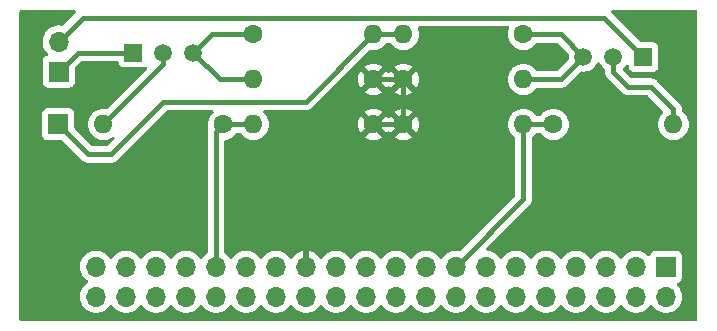
<source format=gbr>
%TF.GenerationSoftware,KiCad,Pcbnew,6.0.9+dfsg-1*%
%TF.CreationDate,2023-02-24T18:39:48-08:00*%
%TF.ProjectId,latency_schematic,6c617465-6e63-4795-9f73-6368656d6174,rev?*%
%TF.SameCoordinates,PX48ab840PY3abdd78*%
%TF.FileFunction,Copper,L1,Top*%
%TF.FilePolarity,Positive*%
%FSLAX46Y46*%
G04 Gerber Fmt 4.6, Leading zero omitted, Abs format (unit mm)*
G04 Created by KiCad (PCBNEW 6.0.9+dfsg-1) date 2023-02-24 18:39:48*
%MOMM*%
%LPD*%
G01*
G04 APERTURE LIST*
%TA.AperFunction,ComponentPad*%
%ADD10R,1.700000X1.700000*%
%TD*%
%TA.AperFunction,ComponentPad*%
%ADD11R,1.500000X1.500000*%
%TD*%
%TA.AperFunction,ComponentPad*%
%ADD12C,1.500000*%
%TD*%
%TA.AperFunction,ComponentPad*%
%ADD13C,1.600000*%
%TD*%
%TA.AperFunction,ComponentPad*%
%ADD14O,1.600000X1.600000*%
%TD*%
%TA.AperFunction,ComponentPad*%
%ADD15O,1.700000X1.700000*%
%TD*%
%TA.AperFunction,Conductor*%
%ADD16C,0.400000*%
%TD*%
G04 APERTURE END LIST*
D10*
%TO.P,J3,1,Pin_1*%
%TO.N,/WGND*%
X3810000Y-10160000D03*
%TD*%
D11*
%TO.P,Q2,1,D*%
%TO.N,/BB*%
X10160000Y-4085000D03*
D12*
%TO.P,Q2,2,G*%
%TO.N,Net-(Q2-Pad2)*%
X12700000Y-4085000D03*
%TO.P,Q2,3,S*%
%TO.N,Net-(Q2-Pad3)*%
X15240000Y-4085000D03*
%TD*%
D11*
%TO.P,Q1,1,D*%
%TO.N,/BA*%
X53340000Y-4445000D03*
D12*
%TO.P,Q1,2,G*%
%TO.N,Net-(Q1-Pad2)*%
X50800000Y-4445000D03*
%TO.P,Q1,3,S*%
%TO.N,Net-(Q1-Pad3)*%
X48260000Y-4445000D03*
%TD*%
D13*
%TO.P,R8,1*%
%TO.N,Net-(Q2-Pad3)*%
X20320000Y-2540000D03*
D14*
%TO.P,R8,2*%
%TO.N,/WGND*%
X30480000Y-2540000D03*
%TD*%
D13*
%TO.P,R7,1*%
%TO.N,Net-(Q1-Pad3)*%
X43180000Y-2540000D03*
D14*
%TO.P,R7,2*%
%TO.N,/WGND*%
X33020000Y-2540000D03*
%TD*%
%TO.P,R6,2*%
%TO.N,Net-(Q2-Pad3)*%
X20320000Y-6350000D03*
D13*
%TO.P,R6,1*%
%TO.N,GND*%
X30480000Y-6350000D03*
%TD*%
%TO.P,R5,1*%
%TO.N,GND*%
X33020000Y-6350000D03*
D14*
%TO.P,R5,2*%
%TO.N,Net-(Q1-Pad3)*%
X43180000Y-6350000D03*
%TD*%
D13*
%TO.P,R4,1*%
%TO.N,/GP6*%
X17780000Y-10160000D03*
D14*
%TO.P,R4,2*%
%TO.N,Net-(Q2-Pad2)*%
X7620000Y-10160000D03*
%TD*%
D13*
%TO.P,R3,1*%
%TO.N,/GP22*%
X45720000Y-10160000D03*
D14*
%TO.P,R3,2*%
%TO.N,Net-(Q1-Pad2)*%
X55880000Y-10160000D03*
%TD*%
D13*
%TO.P,R2,1*%
%TO.N,GND*%
X30480000Y-10160000D03*
D14*
%TO.P,R2,2*%
%TO.N,/GP6*%
X20320000Y-10160000D03*
%TD*%
D13*
%TO.P,R1,1*%
%TO.N,GND*%
X33020000Y-10160000D03*
D14*
%TO.P,R1,2*%
%TO.N,/GP22*%
X43180000Y-10160000D03*
%TD*%
D10*
%TO.P,J2,1,Pin_1*%
%TO.N,/BB*%
X3835000Y-5695000D03*
D15*
%TO.P,J2,2,Pin_2*%
%TO.N,/BA*%
X3835000Y-3155000D03*
%TD*%
D10*
%TO.P,J1,1,Pin_1*%
%TO.N,unconnected-(J1-Pad1)*%
X55245000Y-22225000D03*
D15*
%TO.P,J1,2,Pin_2*%
%TO.N,unconnected-(J1-Pad2)*%
X55245000Y-24765000D03*
%TO.P,J1,3,Pin_3*%
%TO.N,unconnected-(J1-Pad3)*%
X52705000Y-22225000D03*
%TO.P,J1,4,Pin_4*%
%TO.N,unconnected-(J1-Pad4)*%
X52705000Y-24765000D03*
%TO.P,J1,5,Pin_5*%
%TO.N,unconnected-(J1-Pad5)*%
X50165000Y-22225000D03*
%TO.P,J1,6,Pin_6*%
%TO.N,unconnected-(J1-Pad6)*%
X50165000Y-24765000D03*
%TO.P,J1,7,Pin_7*%
%TO.N,unconnected-(J1-Pad7)*%
X47625000Y-22225000D03*
%TO.P,J1,8,Pin_8*%
%TO.N,unconnected-(J1-Pad8)*%
X47625000Y-24765000D03*
%TO.P,J1,9,Pin_9*%
%TO.N,unconnected-(J1-Pad9)*%
X45085000Y-22225000D03*
%TO.P,J1,10,Pin_10*%
%TO.N,unconnected-(J1-Pad10)*%
X45085000Y-24765000D03*
%TO.P,J1,11,Pin_11*%
%TO.N,unconnected-(J1-Pad11)*%
X42545000Y-22225000D03*
%TO.P,J1,12,Pin_12*%
%TO.N,unconnected-(J1-Pad12)*%
X42545000Y-24765000D03*
%TO.P,J1,13,Pin_13*%
%TO.N,unconnected-(J1-Pad13)*%
X40005000Y-22225000D03*
%TO.P,J1,14,Pin_14*%
%TO.N,unconnected-(J1-Pad14)*%
X40005000Y-24765000D03*
%TO.P,J1,15,Pin_15*%
%TO.N,/GP22*%
X37465000Y-22225000D03*
%TO.P,J1,16,Pin_16*%
%TO.N,unconnected-(J1-Pad16)*%
X37465000Y-24765000D03*
%TO.P,J1,17,Pin_17*%
%TO.N,unconnected-(J1-Pad17)*%
X34925000Y-22225000D03*
%TO.P,J1,18,Pin_18*%
%TO.N,unconnected-(J1-Pad18)*%
X34925000Y-24765000D03*
%TO.P,J1,19,Pin_19*%
%TO.N,unconnected-(J1-Pad19)*%
X32385000Y-22225000D03*
%TO.P,J1,20,Pin_20*%
%TO.N,unconnected-(J1-Pad20)*%
X32385000Y-24765000D03*
%TO.P,J1,21,Pin_21*%
%TO.N,unconnected-(J1-Pad21)*%
X29845000Y-22225000D03*
%TO.P,J1,22,Pin_22*%
%TO.N,unconnected-(J1-Pad22)*%
X29845000Y-24765000D03*
%TO.P,J1,23,Pin_23*%
%TO.N,unconnected-(J1-Pad23)*%
X27305000Y-22225000D03*
%TO.P,J1,24,Pin_24*%
%TO.N,unconnected-(J1-Pad24)*%
X27305000Y-24765000D03*
%TO.P,J1,25,Pin_25*%
%TO.N,GND*%
X24765000Y-22225000D03*
%TO.P,J1,26,Pin_26*%
%TO.N,unconnected-(J1-Pad26)*%
X24765000Y-24765000D03*
%TO.P,J1,27,Pin_27*%
%TO.N,unconnected-(J1-Pad27)*%
X22225000Y-22225000D03*
%TO.P,J1,28,Pin_28*%
%TO.N,unconnected-(J1-Pad28)*%
X22225000Y-24765000D03*
%TO.P,J1,29,Pin_29*%
%TO.N,unconnected-(J1-Pad29)*%
X19685000Y-22225000D03*
%TO.P,J1,30,Pin_30*%
%TO.N,unconnected-(J1-Pad30)*%
X19685000Y-24765000D03*
%TO.P,J1,31,Pin_31*%
%TO.N,/GP6*%
X17145000Y-22225000D03*
%TO.P,J1,32,Pin_32*%
%TO.N,unconnected-(J1-Pad32)*%
X17145000Y-24765000D03*
%TO.P,J1,33,Pin_33*%
%TO.N,unconnected-(J1-Pad33)*%
X14605000Y-22225000D03*
%TO.P,J1,34,Pin_34*%
%TO.N,unconnected-(J1-Pad34)*%
X14605000Y-24765000D03*
%TO.P,J1,35,Pin_35*%
%TO.N,unconnected-(J1-Pad35)*%
X12065000Y-22225000D03*
%TO.P,J1,36,Pin_36*%
%TO.N,unconnected-(J1-Pad36)*%
X12065000Y-24765000D03*
%TO.P,J1,37,Pin_37*%
%TO.N,unconnected-(J1-Pad37)*%
X9525000Y-22225000D03*
%TO.P,J1,38,Pin_38*%
%TO.N,unconnected-(J1-Pad38)*%
X9525000Y-24765000D03*
%TO.P,J1,39,Pin_39*%
%TO.N,unconnected-(J1-Pad39)*%
X6985000Y-22225000D03*
%TO.P,J1,40,Pin_40*%
%TO.N,unconnected-(J1-Pad40)*%
X6985000Y-24765000D03*
%TD*%
D16*
%TO.N,/WGND*%
X12700000Y-8255000D02*
X24765000Y-8255000D01*
X30480000Y-2540000D02*
X24765000Y-8255000D01*
X33020000Y-2540000D02*
X30480000Y-2540000D01*
%TO.N,GND*%
X33020000Y-10160000D02*
X33020000Y-6350000D01*
%TO.N,/BA*%
X53340000Y-4445000D02*
X50035000Y-1140000D01*
X50035000Y-1140000D02*
X5850000Y-1140000D01*
X5850000Y-1140000D02*
X3835000Y-3155000D01*
%TO.N,GND*%
X30480000Y-6350000D02*
X33020000Y-6350000D01*
X24765000Y-22225000D02*
X24765000Y-15875000D01*
X24765000Y-15875000D02*
X30480000Y-10160000D01*
X33020000Y-10160000D02*
X30480000Y-10160000D01*
%TO.N,/WGND*%
X12700000Y-8255000D02*
X8255000Y-12700000D01*
X8255000Y-12700000D02*
X6350000Y-12700000D01*
X6350000Y-12700000D02*
X3810000Y-10160000D01*
%TO.N,Net-(Q1-Pad2)*%
X55880000Y-10160000D02*
X55880000Y-8890000D01*
X55880000Y-8890000D02*
X53975000Y-6985000D01*
X52070000Y-6985000D02*
X50800000Y-5715000D01*
X53975000Y-6985000D02*
X52070000Y-6985000D01*
X50800000Y-5715000D02*
X50800000Y-4445000D01*
%TO.N,Net-(Q1-Pad3)*%
X48260000Y-4445000D02*
X46355000Y-6350000D01*
X46355000Y-6350000D02*
X43180000Y-6350000D01*
X48260000Y-4445000D02*
X46355000Y-2540000D01*
X46355000Y-2540000D02*
X43180000Y-2540000D01*
%TO.N,Net-(Q2-Pad3)*%
X15240000Y-4085000D02*
X17505000Y-6350000D01*
X17505000Y-6350000D02*
X20320000Y-6350000D01*
X15240000Y-4085000D02*
X16785000Y-2540000D01*
X16785000Y-2540000D02*
X20320000Y-2540000D01*
%TO.N,/BB*%
X10160000Y-4085000D02*
X5445000Y-4085000D01*
X5445000Y-4085000D02*
X3835000Y-5695000D01*
%TO.N,Net-(Q2-Pad2)*%
X7620000Y-10160000D02*
X12700000Y-5080000D01*
X12700000Y-5080000D02*
X12700000Y-4085000D01*
%TO.N,/GP22*%
X43180000Y-10160000D02*
X45720000Y-10160000D01*
X37465000Y-22225000D02*
X43180000Y-16510000D01*
X43180000Y-16510000D02*
X43180000Y-10160000D01*
%TO.N,/GP6*%
X17780000Y-10160000D02*
X20320000Y-10160000D01*
X17145000Y-22225000D02*
X17145000Y-10795000D01*
X17145000Y-10795000D02*
X17780000Y-10160000D01*
%TD*%
%TA.AperFunction,Conductor*%
%TO.N,GND*%
G36*
X5243461Y-528502D02*
G01*
X5289954Y-582158D01*
X5300058Y-652432D01*
X5270564Y-717012D01*
X5264435Y-723595D01*
X4202316Y-1785714D01*
X4140004Y-1819740D01*
X4091125Y-1820666D01*
X3968373Y-1798800D01*
X3968367Y-1798799D01*
X3963284Y-1797894D01*
X3889452Y-1796992D01*
X3745081Y-1795228D01*
X3745079Y-1795228D01*
X3739911Y-1795165D01*
X3519091Y-1828955D01*
X3306756Y-1898357D01*
X3108607Y-2001507D01*
X3104474Y-2004610D01*
X3104471Y-2004612D01*
X2934100Y-2132530D01*
X2929965Y-2135635D01*
X2775629Y-2297138D01*
X2649743Y-2481680D01*
X2555688Y-2684305D01*
X2495989Y-2899570D01*
X2472251Y-3121695D01*
X2472548Y-3126848D01*
X2472548Y-3126851D01*
X2484362Y-3331739D01*
X2485110Y-3344715D01*
X2486247Y-3349761D01*
X2486248Y-3349767D01*
X2494031Y-3384300D01*
X2534222Y-3562639D01*
X2618266Y-3769616D01*
X2734987Y-3960088D01*
X2881250Y-4128938D01*
X2885230Y-4132242D01*
X2889981Y-4136187D01*
X2929616Y-4195090D01*
X2931113Y-4266071D01*
X2893997Y-4326593D01*
X2853724Y-4351112D01*
X2738295Y-4394385D01*
X2621739Y-4481739D01*
X2534385Y-4598295D01*
X2483255Y-4734684D01*
X2476500Y-4796866D01*
X2476500Y-6593134D01*
X2483255Y-6655316D01*
X2534385Y-6791705D01*
X2621739Y-6908261D01*
X2738295Y-6995615D01*
X2874684Y-7046745D01*
X2936866Y-7053500D01*
X4733134Y-7053500D01*
X4795316Y-7046745D01*
X4931705Y-6995615D01*
X5048261Y-6908261D01*
X5135615Y-6791705D01*
X5186745Y-6655316D01*
X5193500Y-6593134D01*
X5193500Y-5390660D01*
X5213502Y-5322539D01*
X5230405Y-5301565D01*
X5701565Y-4830405D01*
X5763877Y-4796379D01*
X5790660Y-4793500D01*
X8778709Y-4793500D01*
X8846830Y-4813502D01*
X8893323Y-4867158D01*
X8903972Y-4905892D01*
X8908255Y-4945316D01*
X8959385Y-5081705D01*
X9046739Y-5198261D01*
X9163295Y-5285615D01*
X9299684Y-5336745D01*
X9361866Y-5343500D01*
X10958134Y-5343500D01*
X11020316Y-5336745D01*
X11149201Y-5288428D01*
X11220009Y-5283245D01*
X11282378Y-5317166D01*
X11316507Y-5379421D01*
X11311560Y-5450245D01*
X11282526Y-5495505D01*
X9588241Y-7189789D01*
X7948012Y-8830018D01*
X7885700Y-8864044D01*
X7847937Y-8866444D01*
X7620000Y-8846502D01*
X7391913Y-8866457D01*
X7386600Y-8867881D01*
X7386598Y-8867881D01*
X7176067Y-8924293D01*
X7176065Y-8924294D01*
X7170757Y-8925716D01*
X7165776Y-8928039D01*
X7165775Y-8928039D01*
X6968238Y-9020151D01*
X6968233Y-9020154D01*
X6963251Y-9022477D01*
X6906080Y-9062509D01*
X6780211Y-9150643D01*
X6780208Y-9150645D01*
X6775700Y-9153802D01*
X6613802Y-9315700D01*
X6482477Y-9503251D01*
X6480154Y-9508233D01*
X6480151Y-9508238D01*
X6439300Y-9595845D01*
X6385716Y-9710757D01*
X6384294Y-9716065D01*
X6384293Y-9716067D01*
X6363019Y-9795461D01*
X6326457Y-9931913D01*
X6306502Y-10160000D01*
X6326457Y-10388087D01*
X6327881Y-10393400D01*
X6327881Y-10393402D01*
X6365025Y-10532022D01*
X6385716Y-10609243D01*
X6388039Y-10614224D01*
X6388039Y-10614225D01*
X6480151Y-10811762D01*
X6480154Y-10811767D01*
X6482477Y-10816749D01*
X6613802Y-11004300D01*
X6775700Y-11166198D01*
X6780208Y-11169355D01*
X6780211Y-11169357D01*
X6847177Y-11216247D01*
X6963251Y-11297523D01*
X6968233Y-11299846D01*
X6968238Y-11299849D01*
X7137212Y-11378642D01*
X7170757Y-11394284D01*
X7176065Y-11395706D01*
X7176067Y-11395707D01*
X7386598Y-11452119D01*
X7386600Y-11452119D01*
X7391913Y-11453543D01*
X7620000Y-11473498D01*
X7848087Y-11453543D01*
X7853400Y-11452119D01*
X7853402Y-11452119D01*
X8063933Y-11395707D01*
X8063935Y-11395706D01*
X8069243Y-11394284D01*
X8102788Y-11378642D01*
X8271762Y-11299849D01*
X8271767Y-11299846D01*
X8276749Y-11297523D01*
X8360421Y-11238935D01*
X8427695Y-11216247D01*
X8496555Y-11233532D01*
X8545140Y-11285302D01*
X8558023Y-11355120D01*
X8531114Y-11420819D01*
X8521787Y-11431243D01*
X7998435Y-11954595D01*
X7936123Y-11988621D01*
X7909340Y-11991500D01*
X6695660Y-11991500D01*
X6627539Y-11971498D01*
X6606565Y-11954595D01*
X5205405Y-10553435D01*
X5171379Y-10491123D01*
X5168500Y-10464340D01*
X5168500Y-9261866D01*
X5161745Y-9199684D01*
X5110615Y-9063295D01*
X5023261Y-8946739D01*
X4906705Y-8859385D01*
X4770316Y-8808255D01*
X4708134Y-8801500D01*
X2911866Y-8801500D01*
X2849684Y-8808255D01*
X2713295Y-8859385D01*
X2596739Y-8946739D01*
X2509385Y-9063295D01*
X2458255Y-9199684D01*
X2451500Y-9261866D01*
X2451500Y-11058134D01*
X2458255Y-11120316D01*
X2509385Y-11256705D01*
X2596739Y-11373261D01*
X2713295Y-11460615D01*
X2849684Y-11511745D01*
X2911866Y-11518500D01*
X4114340Y-11518500D01*
X4182461Y-11538502D01*
X4203435Y-11555405D01*
X5828557Y-13180528D01*
X5834411Y-13186793D01*
X5872439Y-13230385D01*
X5924729Y-13267136D01*
X5929971Y-13271028D01*
X5980282Y-13310476D01*
X5987201Y-13313600D01*
X5989493Y-13314988D01*
X6004165Y-13323357D01*
X6006525Y-13324622D01*
X6012739Y-13328990D01*
X6019818Y-13331750D01*
X6019820Y-13331751D01*
X6072275Y-13352202D01*
X6078344Y-13354753D01*
X6136573Y-13381045D01*
X6144046Y-13382430D01*
X6146612Y-13383234D01*
X6162835Y-13387855D01*
X6165427Y-13388520D01*
X6172509Y-13391282D01*
X6180044Y-13392274D01*
X6235861Y-13399622D01*
X6242377Y-13400654D01*
X6280770Y-13407770D01*
X6305186Y-13412295D01*
X6312766Y-13411858D01*
X6312767Y-13411858D01*
X6367380Y-13408709D01*
X6374633Y-13408500D01*
X8226088Y-13408500D01*
X8234658Y-13408792D01*
X8284776Y-13412209D01*
X8284780Y-13412209D01*
X8292352Y-13412725D01*
X8299829Y-13411420D01*
X8299830Y-13411420D01*
X8326308Y-13406799D01*
X8355303Y-13401738D01*
X8361821Y-13400777D01*
X8425242Y-13393102D01*
X8432343Y-13390419D01*
X8434952Y-13389778D01*
X8451262Y-13385315D01*
X8453798Y-13384550D01*
X8461284Y-13383243D01*
X8519800Y-13357556D01*
X8525904Y-13355065D01*
X8578548Y-13335173D01*
X8578549Y-13335172D01*
X8585656Y-13332487D01*
X8591919Y-13328183D01*
X8594285Y-13326946D01*
X8609097Y-13318701D01*
X8611351Y-13317368D01*
X8618305Y-13314315D01*
X8669002Y-13275413D01*
X8674332Y-13271541D01*
X8720720Y-13239661D01*
X8720725Y-13239656D01*
X8726981Y-13235357D01*
X8768436Y-13188829D01*
X8773416Y-13183554D01*
X12956566Y-9000405D01*
X13018878Y-8966379D01*
X13045661Y-8963500D01*
X16821812Y-8963500D01*
X16889933Y-8983502D01*
X16936426Y-9037158D01*
X16946530Y-9107432D01*
X16917036Y-9172012D01*
X16910907Y-9178595D01*
X16773802Y-9315700D01*
X16642477Y-9503251D01*
X16640154Y-9508233D01*
X16640151Y-9508238D01*
X16599300Y-9595845D01*
X16545716Y-9710757D01*
X16544294Y-9716065D01*
X16544293Y-9716067D01*
X16523019Y-9795461D01*
X16486457Y-9931913D01*
X16466502Y-10160000D01*
X16486457Y-10388087D01*
X16487881Y-10393402D01*
X16487882Y-10393406D01*
X16498865Y-10434394D01*
X16497177Y-10505371D01*
X16494559Y-10512759D01*
X16492790Y-10517296D01*
X16490247Y-10523344D01*
X16463955Y-10581573D01*
X16462571Y-10589040D01*
X16461770Y-10591595D01*
X16457141Y-10607848D01*
X16456478Y-10610428D01*
X16453718Y-10617509D01*
X16452727Y-10625040D01*
X16452726Y-10625042D01*
X16445379Y-10680852D01*
X16444348Y-10687359D01*
X16432704Y-10750186D01*
X16433141Y-10757766D01*
X16433141Y-10757767D01*
X16436291Y-10812392D01*
X16436500Y-10819646D01*
X16436500Y-20995114D01*
X16416498Y-21063235D01*
X16386153Y-21095874D01*
X16239965Y-21205635D01*
X16214541Y-21232240D01*
X16146280Y-21303671D01*
X16085629Y-21367138D01*
X15978201Y-21524621D01*
X15923293Y-21569621D01*
X15852768Y-21577792D01*
X15789021Y-21546538D01*
X15768324Y-21522054D01*
X15687822Y-21397617D01*
X15687820Y-21397614D01*
X15685014Y-21393277D01*
X15534670Y-21228051D01*
X15530619Y-21224852D01*
X15530615Y-21224848D01*
X15363414Y-21092800D01*
X15363410Y-21092798D01*
X15359359Y-21089598D01*
X15323028Y-21069542D01*
X15257371Y-21033298D01*
X15163789Y-20981638D01*
X15158920Y-20979914D01*
X15158916Y-20979912D01*
X14958087Y-20908795D01*
X14958083Y-20908794D01*
X14953212Y-20907069D01*
X14948119Y-20906162D01*
X14948116Y-20906161D01*
X14738373Y-20868800D01*
X14738367Y-20868799D01*
X14733284Y-20867894D01*
X14659452Y-20866992D01*
X14515081Y-20865228D01*
X14515079Y-20865228D01*
X14509911Y-20865165D01*
X14289091Y-20898955D01*
X14076756Y-20968357D01*
X13878607Y-21071507D01*
X13874474Y-21074610D01*
X13874471Y-21074612D01*
X13704100Y-21202530D01*
X13699965Y-21205635D01*
X13674541Y-21232240D01*
X13606280Y-21303671D01*
X13545629Y-21367138D01*
X13438201Y-21524621D01*
X13383293Y-21569621D01*
X13312768Y-21577792D01*
X13249021Y-21546538D01*
X13228324Y-21522054D01*
X13147822Y-21397617D01*
X13147820Y-21397614D01*
X13145014Y-21393277D01*
X12994670Y-21228051D01*
X12990619Y-21224852D01*
X12990615Y-21224848D01*
X12823414Y-21092800D01*
X12823410Y-21092798D01*
X12819359Y-21089598D01*
X12783028Y-21069542D01*
X12717371Y-21033298D01*
X12623789Y-20981638D01*
X12618920Y-20979914D01*
X12618916Y-20979912D01*
X12418087Y-20908795D01*
X12418083Y-20908794D01*
X12413212Y-20907069D01*
X12408119Y-20906162D01*
X12408116Y-20906161D01*
X12198373Y-20868800D01*
X12198367Y-20868799D01*
X12193284Y-20867894D01*
X12119452Y-20866992D01*
X11975081Y-20865228D01*
X11975079Y-20865228D01*
X11969911Y-20865165D01*
X11749091Y-20898955D01*
X11536756Y-20968357D01*
X11338607Y-21071507D01*
X11334474Y-21074610D01*
X11334471Y-21074612D01*
X11164100Y-21202530D01*
X11159965Y-21205635D01*
X11134541Y-21232240D01*
X11066280Y-21303671D01*
X11005629Y-21367138D01*
X10898201Y-21524621D01*
X10843293Y-21569621D01*
X10772768Y-21577792D01*
X10709021Y-21546538D01*
X10688324Y-21522054D01*
X10607822Y-21397617D01*
X10607820Y-21397614D01*
X10605014Y-21393277D01*
X10454670Y-21228051D01*
X10450619Y-21224852D01*
X10450615Y-21224848D01*
X10283414Y-21092800D01*
X10283410Y-21092798D01*
X10279359Y-21089598D01*
X10243028Y-21069542D01*
X10177371Y-21033298D01*
X10083789Y-20981638D01*
X10078920Y-20979914D01*
X10078916Y-20979912D01*
X9878087Y-20908795D01*
X9878083Y-20908794D01*
X9873212Y-20907069D01*
X9868119Y-20906162D01*
X9868116Y-20906161D01*
X9658373Y-20868800D01*
X9658367Y-20868799D01*
X9653284Y-20867894D01*
X9579452Y-20866992D01*
X9435081Y-20865228D01*
X9435079Y-20865228D01*
X9429911Y-20865165D01*
X9209091Y-20898955D01*
X8996756Y-20968357D01*
X8798607Y-21071507D01*
X8794474Y-21074610D01*
X8794471Y-21074612D01*
X8624100Y-21202530D01*
X8619965Y-21205635D01*
X8594541Y-21232240D01*
X8526280Y-21303671D01*
X8465629Y-21367138D01*
X8358201Y-21524621D01*
X8303293Y-21569621D01*
X8232768Y-21577792D01*
X8169021Y-21546538D01*
X8148324Y-21522054D01*
X8067822Y-21397617D01*
X8067820Y-21397614D01*
X8065014Y-21393277D01*
X7914670Y-21228051D01*
X7910619Y-21224852D01*
X7910615Y-21224848D01*
X7743414Y-21092800D01*
X7743410Y-21092798D01*
X7739359Y-21089598D01*
X7703028Y-21069542D01*
X7637371Y-21033298D01*
X7543789Y-20981638D01*
X7538920Y-20979914D01*
X7538916Y-20979912D01*
X7338087Y-20908795D01*
X7338083Y-20908794D01*
X7333212Y-20907069D01*
X7328119Y-20906162D01*
X7328116Y-20906161D01*
X7118373Y-20868800D01*
X7118367Y-20868799D01*
X7113284Y-20867894D01*
X7039452Y-20866992D01*
X6895081Y-20865228D01*
X6895079Y-20865228D01*
X6889911Y-20865165D01*
X6669091Y-20898955D01*
X6456756Y-20968357D01*
X6258607Y-21071507D01*
X6254474Y-21074610D01*
X6254471Y-21074612D01*
X6084100Y-21202530D01*
X6079965Y-21205635D01*
X6054541Y-21232240D01*
X5986280Y-21303671D01*
X5925629Y-21367138D01*
X5799743Y-21551680D01*
X5705688Y-21754305D01*
X5645989Y-21969570D01*
X5622251Y-22191695D01*
X5635110Y-22414715D01*
X5636247Y-22419761D01*
X5636248Y-22419767D01*
X5647031Y-22467614D01*
X5684222Y-22632639D01*
X5768266Y-22839616D01*
X5805685Y-22900678D01*
X5882291Y-23025688D01*
X5884987Y-23030088D01*
X6031250Y-23198938D01*
X6203126Y-23341632D01*
X6273595Y-23382811D01*
X6276445Y-23384476D01*
X6325169Y-23436114D01*
X6338240Y-23505897D01*
X6311509Y-23571669D01*
X6271055Y-23605027D01*
X6258607Y-23611507D01*
X6254474Y-23614610D01*
X6254471Y-23614612D01*
X6130567Y-23707642D01*
X6079965Y-23745635D01*
X5925629Y-23907138D01*
X5799743Y-24091680D01*
X5705688Y-24294305D01*
X5645989Y-24509570D01*
X5622251Y-24731695D01*
X5622548Y-24736848D01*
X5622548Y-24736851D01*
X5628011Y-24831590D01*
X5635110Y-24954715D01*
X5636247Y-24959761D01*
X5636248Y-24959767D01*
X5656119Y-25047939D01*
X5684222Y-25172639D01*
X5768266Y-25379616D01*
X5819019Y-25462438D01*
X5882291Y-25565688D01*
X5884987Y-25570088D01*
X6031250Y-25738938D01*
X6203126Y-25881632D01*
X6396000Y-25994338D01*
X6604692Y-26074030D01*
X6609760Y-26075061D01*
X6609763Y-26075062D01*
X6717017Y-26096883D01*
X6823597Y-26118567D01*
X6828772Y-26118757D01*
X6828774Y-26118757D01*
X7041673Y-26126564D01*
X7041677Y-26126564D01*
X7046837Y-26126753D01*
X7051957Y-26126097D01*
X7051959Y-26126097D01*
X7263288Y-26099025D01*
X7263289Y-26099025D01*
X7268416Y-26098368D01*
X7273366Y-26096883D01*
X7477429Y-26035661D01*
X7477434Y-26035659D01*
X7482384Y-26034174D01*
X7682994Y-25935896D01*
X7864860Y-25806173D01*
X8023096Y-25648489D01*
X8082594Y-25565689D01*
X8153453Y-25467077D01*
X8154776Y-25468028D01*
X8201645Y-25424857D01*
X8271580Y-25412625D01*
X8337026Y-25440144D01*
X8364875Y-25471994D01*
X8424987Y-25570088D01*
X8571250Y-25738938D01*
X8743126Y-25881632D01*
X8936000Y-25994338D01*
X9144692Y-26074030D01*
X9149760Y-26075061D01*
X9149763Y-26075062D01*
X9257017Y-26096883D01*
X9363597Y-26118567D01*
X9368772Y-26118757D01*
X9368774Y-26118757D01*
X9581673Y-26126564D01*
X9581677Y-26126564D01*
X9586837Y-26126753D01*
X9591957Y-26126097D01*
X9591959Y-26126097D01*
X9803288Y-26099025D01*
X9803289Y-26099025D01*
X9808416Y-26098368D01*
X9813366Y-26096883D01*
X10017429Y-26035661D01*
X10017434Y-26035659D01*
X10022384Y-26034174D01*
X10222994Y-25935896D01*
X10404860Y-25806173D01*
X10563096Y-25648489D01*
X10622594Y-25565689D01*
X10693453Y-25467077D01*
X10694776Y-25468028D01*
X10741645Y-25424857D01*
X10811580Y-25412625D01*
X10877026Y-25440144D01*
X10904875Y-25471994D01*
X10964987Y-25570088D01*
X11111250Y-25738938D01*
X11283126Y-25881632D01*
X11476000Y-25994338D01*
X11684692Y-26074030D01*
X11689760Y-26075061D01*
X11689763Y-26075062D01*
X11797017Y-26096883D01*
X11903597Y-26118567D01*
X11908772Y-26118757D01*
X11908774Y-26118757D01*
X12121673Y-26126564D01*
X12121677Y-26126564D01*
X12126837Y-26126753D01*
X12131957Y-26126097D01*
X12131959Y-26126097D01*
X12343288Y-26099025D01*
X12343289Y-26099025D01*
X12348416Y-26098368D01*
X12353366Y-26096883D01*
X12557429Y-26035661D01*
X12557434Y-26035659D01*
X12562384Y-26034174D01*
X12762994Y-25935896D01*
X12944860Y-25806173D01*
X13103096Y-25648489D01*
X13162594Y-25565689D01*
X13233453Y-25467077D01*
X13234776Y-25468028D01*
X13281645Y-25424857D01*
X13351580Y-25412625D01*
X13417026Y-25440144D01*
X13444875Y-25471994D01*
X13504987Y-25570088D01*
X13651250Y-25738938D01*
X13823126Y-25881632D01*
X14016000Y-25994338D01*
X14224692Y-26074030D01*
X14229760Y-26075061D01*
X14229763Y-26075062D01*
X14337017Y-26096883D01*
X14443597Y-26118567D01*
X14448772Y-26118757D01*
X14448774Y-26118757D01*
X14661673Y-26126564D01*
X14661677Y-26126564D01*
X14666837Y-26126753D01*
X14671957Y-26126097D01*
X14671959Y-26126097D01*
X14883288Y-26099025D01*
X14883289Y-26099025D01*
X14888416Y-26098368D01*
X14893366Y-26096883D01*
X15097429Y-26035661D01*
X15097434Y-26035659D01*
X15102384Y-26034174D01*
X15302994Y-25935896D01*
X15484860Y-25806173D01*
X15643096Y-25648489D01*
X15702594Y-25565689D01*
X15773453Y-25467077D01*
X15774776Y-25468028D01*
X15821645Y-25424857D01*
X15891580Y-25412625D01*
X15957026Y-25440144D01*
X15984875Y-25471994D01*
X16044987Y-25570088D01*
X16191250Y-25738938D01*
X16363126Y-25881632D01*
X16556000Y-25994338D01*
X16764692Y-26074030D01*
X16769760Y-26075061D01*
X16769763Y-26075062D01*
X16877017Y-26096883D01*
X16983597Y-26118567D01*
X16988772Y-26118757D01*
X16988774Y-26118757D01*
X17201673Y-26126564D01*
X17201677Y-26126564D01*
X17206837Y-26126753D01*
X17211957Y-26126097D01*
X17211959Y-26126097D01*
X17423288Y-26099025D01*
X17423289Y-26099025D01*
X17428416Y-26098368D01*
X17433366Y-26096883D01*
X17637429Y-26035661D01*
X17637434Y-26035659D01*
X17642384Y-26034174D01*
X17842994Y-25935896D01*
X18024860Y-25806173D01*
X18183096Y-25648489D01*
X18242594Y-25565689D01*
X18313453Y-25467077D01*
X18314776Y-25468028D01*
X18361645Y-25424857D01*
X18431580Y-25412625D01*
X18497026Y-25440144D01*
X18524875Y-25471994D01*
X18584987Y-25570088D01*
X18731250Y-25738938D01*
X18903126Y-25881632D01*
X19096000Y-25994338D01*
X19304692Y-26074030D01*
X19309760Y-26075061D01*
X19309763Y-26075062D01*
X19417017Y-26096883D01*
X19523597Y-26118567D01*
X19528772Y-26118757D01*
X19528774Y-26118757D01*
X19741673Y-26126564D01*
X19741677Y-26126564D01*
X19746837Y-26126753D01*
X19751957Y-26126097D01*
X19751959Y-26126097D01*
X19963288Y-26099025D01*
X19963289Y-26099025D01*
X19968416Y-26098368D01*
X19973366Y-26096883D01*
X20177429Y-26035661D01*
X20177434Y-26035659D01*
X20182384Y-26034174D01*
X20382994Y-25935896D01*
X20564860Y-25806173D01*
X20723096Y-25648489D01*
X20782594Y-25565689D01*
X20853453Y-25467077D01*
X20854776Y-25468028D01*
X20901645Y-25424857D01*
X20971580Y-25412625D01*
X21037026Y-25440144D01*
X21064875Y-25471994D01*
X21124987Y-25570088D01*
X21271250Y-25738938D01*
X21443126Y-25881632D01*
X21636000Y-25994338D01*
X21844692Y-26074030D01*
X21849760Y-26075061D01*
X21849763Y-26075062D01*
X21957017Y-26096883D01*
X22063597Y-26118567D01*
X22068772Y-26118757D01*
X22068774Y-26118757D01*
X22281673Y-26126564D01*
X22281677Y-26126564D01*
X22286837Y-26126753D01*
X22291957Y-26126097D01*
X22291959Y-26126097D01*
X22503288Y-26099025D01*
X22503289Y-26099025D01*
X22508416Y-26098368D01*
X22513366Y-26096883D01*
X22717429Y-26035661D01*
X22717434Y-26035659D01*
X22722384Y-26034174D01*
X22922994Y-25935896D01*
X23104860Y-25806173D01*
X23263096Y-25648489D01*
X23322594Y-25565689D01*
X23393453Y-25467077D01*
X23394776Y-25468028D01*
X23441645Y-25424857D01*
X23511580Y-25412625D01*
X23577026Y-25440144D01*
X23604875Y-25471994D01*
X23664987Y-25570088D01*
X23811250Y-25738938D01*
X23983126Y-25881632D01*
X24176000Y-25994338D01*
X24384692Y-26074030D01*
X24389760Y-26075061D01*
X24389763Y-26075062D01*
X24497017Y-26096883D01*
X24603597Y-26118567D01*
X24608772Y-26118757D01*
X24608774Y-26118757D01*
X24821673Y-26126564D01*
X24821677Y-26126564D01*
X24826837Y-26126753D01*
X24831957Y-26126097D01*
X24831959Y-26126097D01*
X25043288Y-26099025D01*
X25043289Y-26099025D01*
X25048416Y-26098368D01*
X25053366Y-26096883D01*
X25257429Y-26035661D01*
X25257434Y-26035659D01*
X25262384Y-26034174D01*
X25462994Y-25935896D01*
X25644860Y-25806173D01*
X25803096Y-25648489D01*
X25862594Y-25565689D01*
X25933453Y-25467077D01*
X25934776Y-25468028D01*
X25981645Y-25424857D01*
X26051580Y-25412625D01*
X26117026Y-25440144D01*
X26144875Y-25471994D01*
X26204987Y-25570088D01*
X26351250Y-25738938D01*
X26523126Y-25881632D01*
X26716000Y-25994338D01*
X26924692Y-26074030D01*
X26929760Y-26075061D01*
X26929763Y-26075062D01*
X27037017Y-26096883D01*
X27143597Y-26118567D01*
X27148772Y-26118757D01*
X27148774Y-26118757D01*
X27361673Y-26126564D01*
X27361677Y-26126564D01*
X27366837Y-26126753D01*
X27371957Y-26126097D01*
X27371959Y-26126097D01*
X27583288Y-26099025D01*
X27583289Y-26099025D01*
X27588416Y-26098368D01*
X27593366Y-26096883D01*
X27797429Y-26035661D01*
X27797434Y-26035659D01*
X27802384Y-26034174D01*
X28002994Y-25935896D01*
X28184860Y-25806173D01*
X28343096Y-25648489D01*
X28402594Y-25565689D01*
X28473453Y-25467077D01*
X28474776Y-25468028D01*
X28521645Y-25424857D01*
X28591580Y-25412625D01*
X28657026Y-25440144D01*
X28684875Y-25471994D01*
X28744987Y-25570088D01*
X28891250Y-25738938D01*
X29063126Y-25881632D01*
X29256000Y-25994338D01*
X29464692Y-26074030D01*
X29469760Y-26075061D01*
X29469763Y-26075062D01*
X29577017Y-26096883D01*
X29683597Y-26118567D01*
X29688772Y-26118757D01*
X29688774Y-26118757D01*
X29901673Y-26126564D01*
X29901677Y-26126564D01*
X29906837Y-26126753D01*
X29911957Y-26126097D01*
X29911959Y-26126097D01*
X30123288Y-26099025D01*
X30123289Y-26099025D01*
X30128416Y-26098368D01*
X30133366Y-26096883D01*
X30337429Y-26035661D01*
X30337434Y-26035659D01*
X30342384Y-26034174D01*
X30542994Y-25935896D01*
X30724860Y-25806173D01*
X30883096Y-25648489D01*
X30942594Y-25565689D01*
X31013453Y-25467077D01*
X31014776Y-25468028D01*
X31061645Y-25424857D01*
X31131580Y-25412625D01*
X31197026Y-25440144D01*
X31224875Y-25471994D01*
X31284987Y-25570088D01*
X31431250Y-25738938D01*
X31603126Y-25881632D01*
X31796000Y-25994338D01*
X32004692Y-26074030D01*
X32009760Y-26075061D01*
X32009763Y-26075062D01*
X32117017Y-26096883D01*
X32223597Y-26118567D01*
X32228772Y-26118757D01*
X32228774Y-26118757D01*
X32441673Y-26126564D01*
X32441677Y-26126564D01*
X32446837Y-26126753D01*
X32451957Y-26126097D01*
X32451959Y-26126097D01*
X32663288Y-26099025D01*
X32663289Y-26099025D01*
X32668416Y-26098368D01*
X32673366Y-26096883D01*
X32877429Y-26035661D01*
X32877434Y-26035659D01*
X32882384Y-26034174D01*
X33082994Y-25935896D01*
X33264860Y-25806173D01*
X33423096Y-25648489D01*
X33482594Y-25565689D01*
X33553453Y-25467077D01*
X33554776Y-25468028D01*
X33601645Y-25424857D01*
X33671580Y-25412625D01*
X33737026Y-25440144D01*
X33764875Y-25471994D01*
X33824987Y-25570088D01*
X33971250Y-25738938D01*
X34143126Y-25881632D01*
X34336000Y-25994338D01*
X34544692Y-26074030D01*
X34549760Y-26075061D01*
X34549763Y-26075062D01*
X34657017Y-26096883D01*
X34763597Y-26118567D01*
X34768772Y-26118757D01*
X34768774Y-26118757D01*
X34981673Y-26126564D01*
X34981677Y-26126564D01*
X34986837Y-26126753D01*
X34991957Y-26126097D01*
X34991959Y-26126097D01*
X35203288Y-26099025D01*
X35203289Y-26099025D01*
X35208416Y-26098368D01*
X35213366Y-26096883D01*
X35417429Y-26035661D01*
X35417434Y-26035659D01*
X35422384Y-26034174D01*
X35622994Y-25935896D01*
X35804860Y-25806173D01*
X35963096Y-25648489D01*
X36022594Y-25565689D01*
X36093453Y-25467077D01*
X36094776Y-25468028D01*
X36141645Y-25424857D01*
X36211580Y-25412625D01*
X36277026Y-25440144D01*
X36304875Y-25471994D01*
X36364987Y-25570088D01*
X36511250Y-25738938D01*
X36683126Y-25881632D01*
X36876000Y-25994338D01*
X37084692Y-26074030D01*
X37089760Y-26075061D01*
X37089763Y-26075062D01*
X37197017Y-26096883D01*
X37303597Y-26118567D01*
X37308772Y-26118757D01*
X37308774Y-26118757D01*
X37521673Y-26126564D01*
X37521677Y-26126564D01*
X37526837Y-26126753D01*
X37531957Y-26126097D01*
X37531959Y-26126097D01*
X37743288Y-26099025D01*
X37743289Y-26099025D01*
X37748416Y-26098368D01*
X37753366Y-26096883D01*
X37957429Y-26035661D01*
X37957434Y-26035659D01*
X37962384Y-26034174D01*
X38162994Y-25935896D01*
X38344860Y-25806173D01*
X38503096Y-25648489D01*
X38562594Y-25565689D01*
X38633453Y-25467077D01*
X38634776Y-25468028D01*
X38681645Y-25424857D01*
X38751580Y-25412625D01*
X38817026Y-25440144D01*
X38844875Y-25471994D01*
X38904987Y-25570088D01*
X39051250Y-25738938D01*
X39223126Y-25881632D01*
X39416000Y-25994338D01*
X39624692Y-26074030D01*
X39629760Y-26075061D01*
X39629763Y-26075062D01*
X39737017Y-26096883D01*
X39843597Y-26118567D01*
X39848772Y-26118757D01*
X39848774Y-26118757D01*
X40061673Y-26126564D01*
X40061677Y-26126564D01*
X40066837Y-26126753D01*
X40071957Y-26126097D01*
X40071959Y-26126097D01*
X40283288Y-26099025D01*
X40283289Y-26099025D01*
X40288416Y-26098368D01*
X40293366Y-26096883D01*
X40497429Y-26035661D01*
X40497434Y-26035659D01*
X40502384Y-26034174D01*
X40702994Y-25935896D01*
X40884860Y-25806173D01*
X41043096Y-25648489D01*
X41102594Y-25565689D01*
X41173453Y-25467077D01*
X41174776Y-25468028D01*
X41221645Y-25424857D01*
X41291580Y-25412625D01*
X41357026Y-25440144D01*
X41384875Y-25471994D01*
X41444987Y-25570088D01*
X41591250Y-25738938D01*
X41763126Y-25881632D01*
X41956000Y-25994338D01*
X42164692Y-26074030D01*
X42169760Y-26075061D01*
X42169763Y-26075062D01*
X42277017Y-26096883D01*
X42383597Y-26118567D01*
X42388772Y-26118757D01*
X42388774Y-26118757D01*
X42601673Y-26126564D01*
X42601677Y-26126564D01*
X42606837Y-26126753D01*
X42611957Y-26126097D01*
X42611959Y-26126097D01*
X42823288Y-26099025D01*
X42823289Y-26099025D01*
X42828416Y-26098368D01*
X42833366Y-26096883D01*
X43037429Y-26035661D01*
X43037434Y-26035659D01*
X43042384Y-26034174D01*
X43242994Y-25935896D01*
X43424860Y-25806173D01*
X43583096Y-25648489D01*
X43642594Y-25565689D01*
X43713453Y-25467077D01*
X43714776Y-25468028D01*
X43761645Y-25424857D01*
X43831580Y-25412625D01*
X43897026Y-25440144D01*
X43924875Y-25471994D01*
X43984987Y-25570088D01*
X44131250Y-25738938D01*
X44303126Y-25881632D01*
X44496000Y-25994338D01*
X44704692Y-26074030D01*
X44709760Y-26075061D01*
X44709763Y-26075062D01*
X44817017Y-26096883D01*
X44923597Y-26118567D01*
X44928772Y-26118757D01*
X44928774Y-26118757D01*
X45141673Y-26126564D01*
X45141677Y-26126564D01*
X45146837Y-26126753D01*
X45151957Y-26126097D01*
X45151959Y-26126097D01*
X45363288Y-26099025D01*
X45363289Y-26099025D01*
X45368416Y-26098368D01*
X45373366Y-26096883D01*
X45577429Y-26035661D01*
X45577434Y-26035659D01*
X45582384Y-26034174D01*
X45782994Y-25935896D01*
X45964860Y-25806173D01*
X46123096Y-25648489D01*
X46182594Y-25565689D01*
X46253453Y-25467077D01*
X46254776Y-25468028D01*
X46301645Y-25424857D01*
X46371580Y-25412625D01*
X46437026Y-25440144D01*
X46464875Y-25471994D01*
X46524987Y-25570088D01*
X46671250Y-25738938D01*
X46843126Y-25881632D01*
X47036000Y-25994338D01*
X47244692Y-26074030D01*
X47249760Y-26075061D01*
X47249763Y-26075062D01*
X47357017Y-26096883D01*
X47463597Y-26118567D01*
X47468772Y-26118757D01*
X47468774Y-26118757D01*
X47681673Y-26126564D01*
X47681677Y-26126564D01*
X47686837Y-26126753D01*
X47691957Y-26126097D01*
X47691959Y-26126097D01*
X47903288Y-26099025D01*
X47903289Y-26099025D01*
X47908416Y-26098368D01*
X47913366Y-26096883D01*
X48117429Y-26035661D01*
X48117434Y-26035659D01*
X48122384Y-26034174D01*
X48322994Y-25935896D01*
X48504860Y-25806173D01*
X48663096Y-25648489D01*
X48722594Y-25565689D01*
X48793453Y-25467077D01*
X48794776Y-25468028D01*
X48841645Y-25424857D01*
X48911580Y-25412625D01*
X48977026Y-25440144D01*
X49004875Y-25471994D01*
X49064987Y-25570088D01*
X49211250Y-25738938D01*
X49383126Y-25881632D01*
X49576000Y-25994338D01*
X49784692Y-26074030D01*
X49789760Y-26075061D01*
X49789763Y-26075062D01*
X49897017Y-26096883D01*
X50003597Y-26118567D01*
X50008772Y-26118757D01*
X50008774Y-26118757D01*
X50221673Y-26126564D01*
X50221677Y-26126564D01*
X50226837Y-26126753D01*
X50231957Y-26126097D01*
X50231959Y-26126097D01*
X50443288Y-26099025D01*
X50443289Y-26099025D01*
X50448416Y-26098368D01*
X50453366Y-26096883D01*
X50657429Y-26035661D01*
X50657434Y-26035659D01*
X50662384Y-26034174D01*
X50862994Y-25935896D01*
X51044860Y-25806173D01*
X51203096Y-25648489D01*
X51262594Y-25565689D01*
X51333453Y-25467077D01*
X51334776Y-25468028D01*
X51381645Y-25424857D01*
X51451580Y-25412625D01*
X51517026Y-25440144D01*
X51544875Y-25471994D01*
X51604987Y-25570088D01*
X51751250Y-25738938D01*
X51923126Y-25881632D01*
X52116000Y-25994338D01*
X52324692Y-26074030D01*
X52329760Y-26075061D01*
X52329763Y-26075062D01*
X52437017Y-26096883D01*
X52543597Y-26118567D01*
X52548772Y-26118757D01*
X52548774Y-26118757D01*
X52761673Y-26126564D01*
X52761677Y-26126564D01*
X52766837Y-26126753D01*
X52771957Y-26126097D01*
X52771959Y-26126097D01*
X52983288Y-26099025D01*
X52983289Y-26099025D01*
X52988416Y-26098368D01*
X52993366Y-26096883D01*
X53197429Y-26035661D01*
X53197434Y-26035659D01*
X53202384Y-26034174D01*
X53402994Y-25935896D01*
X53584860Y-25806173D01*
X53743096Y-25648489D01*
X53802594Y-25565689D01*
X53873453Y-25467077D01*
X53874776Y-25468028D01*
X53921645Y-25424857D01*
X53991580Y-25412625D01*
X54057026Y-25440144D01*
X54084875Y-25471994D01*
X54144987Y-25570088D01*
X54291250Y-25738938D01*
X54463126Y-25881632D01*
X54656000Y-25994338D01*
X54864692Y-26074030D01*
X54869760Y-26075061D01*
X54869763Y-26075062D01*
X54977017Y-26096883D01*
X55083597Y-26118567D01*
X55088772Y-26118757D01*
X55088774Y-26118757D01*
X55301673Y-26126564D01*
X55301677Y-26126564D01*
X55306837Y-26126753D01*
X55311957Y-26126097D01*
X55311959Y-26126097D01*
X55523288Y-26099025D01*
X55523289Y-26099025D01*
X55528416Y-26098368D01*
X55533366Y-26096883D01*
X55737429Y-26035661D01*
X55737434Y-26035659D01*
X55742384Y-26034174D01*
X55942994Y-25935896D01*
X56124860Y-25806173D01*
X56283096Y-25648489D01*
X56342594Y-25565689D01*
X56410435Y-25471277D01*
X56413453Y-25467077D01*
X56434320Y-25424857D01*
X56510136Y-25271453D01*
X56510137Y-25271451D01*
X56512430Y-25266811D01*
X56577370Y-25053069D01*
X56606529Y-24831590D01*
X56608156Y-24765000D01*
X56589852Y-24542361D01*
X56535431Y-24325702D01*
X56446354Y-24120840D01*
X56325014Y-23933277D01*
X56321532Y-23929450D01*
X56177798Y-23771488D01*
X56146746Y-23707642D01*
X56155141Y-23637143D01*
X56200317Y-23582375D01*
X56226761Y-23568706D01*
X56333297Y-23528767D01*
X56341705Y-23525615D01*
X56458261Y-23438261D01*
X56545615Y-23321705D01*
X56596745Y-23185316D01*
X56603500Y-23123134D01*
X56603500Y-21326866D01*
X56596745Y-21264684D01*
X56545615Y-21128295D01*
X56458261Y-21011739D01*
X56341705Y-20924385D01*
X56205316Y-20873255D01*
X56143134Y-20866500D01*
X54346866Y-20866500D01*
X54284684Y-20873255D01*
X54148295Y-20924385D01*
X54031739Y-21011739D01*
X53944385Y-21128295D01*
X53941233Y-21136703D01*
X53899919Y-21246907D01*
X53857277Y-21303671D01*
X53790716Y-21328371D01*
X53721367Y-21313163D01*
X53688743Y-21287476D01*
X53638151Y-21231875D01*
X53638142Y-21231866D01*
X53634670Y-21228051D01*
X53630619Y-21224852D01*
X53630615Y-21224848D01*
X53463414Y-21092800D01*
X53463410Y-21092798D01*
X53459359Y-21089598D01*
X53423028Y-21069542D01*
X53357371Y-21033298D01*
X53263789Y-20981638D01*
X53258920Y-20979914D01*
X53258916Y-20979912D01*
X53058087Y-20908795D01*
X53058083Y-20908794D01*
X53053212Y-20907069D01*
X53048119Y-20906162D01*
X53048116Y-20906161D01*
X52838373Y-20868800D01*
X52838367Y-20868799D01*
X52833284Y-20867894D01*
X52759452Y-20866992D01*
X52615081Y-20865228D01*
X52615079Y-20865228D01*
X52609911Y-20865165D01*
X52389091Y-20898955D01*
X52176756Y-20968357D01*
X51978607Y-21071507D01*
X51974474Y-21074610D01*
X51974471Y-21074612D01*
X51804100Y-21202530D01*
X51799965Y-21205635D01*
X51774541Y-21232240D01*
X51706280Y-21303671D01*
X51645629Y-21367138D01*
X51538201Y-21524621D01*
X51483293Y-21569621D01*
X51412768Y-21577792D01*
X51349021Y-21546538D01*
X51328324Y-21522054D01*
X51247822Y-21397617D01*
X51247820Y-21397614D01*
X51245014Y-21393277D01*
X51094670Y-21228051D01*
X51090619Y-21224852D01*
X51090615Y-21224848D01*
X50923414Y-21092800D01*
X50923410Y-21092798D01*
X50919359Y-21089598D01*
X50883028Y-21069542D01*
X50817371Y-21033298D01*
X50723789Y-20981638D01*
X50718920Y-20979914D01*
X50718916Y-20979912D01*
X50518087Y-20908795D01*
X50518083Y-20908794D01*
X50513212Y-20907069D01*
X50508119Y-20906162D01*
X50508116Y-20906161D01*
X50298373Y-20868800D01*
X50298367Y-20868799D01*
X50293284Y-20867894D01*
X50219452Y-20866992D01*
X50075081Y-20865228D01*
X50075079Y-20865228D01*
X50069911Y-20865165D01*
X49849091Y-20898955D01*
X49636756Y-20968357D01*
X49438607Y-21071507D01*
X49434474Y-21074610D01*
X49434471Y-21074612D01*
X49264100Y-21202530D01*
X49259965Y-21205635D01*
X49234541Y-21232240D01*
X49166280Y-21303671D01*
X49105629Y-21367138D01*
X48998201Y-21524621D01*
X48943293Y-21569621D01*
X48872768Y-21577792D01*
X48809021Y-21546538D01*
X48788324Y-21522054D01*
X48707822Y-21397617D01*
X48707820Y-21397614D01*
X48705014Y-21393277D01*
X48554670Y-21228051D01*
X48550619Y-21224852D01*
X48550615Y-21224848D01*
X48383414Y-21092800D01*
X48383410Y-21092798D01*
X48379359Y-21089598D01*
X48343028Y-21069542D01*
X48277371Y-21033298D01*
X48183789Y-20981638D01*
X48178920Y-20979914D01*
X48178916Y-20979912D01*
X47978087Y-20908795D01*
X47978083Y-20908794D01*
X47973212Y-20907069D01*
X47968119Y-20906162D01*
X47968116Y-20906161D01*
X47758373Y-20868800D01*
X47758367Y-20868799D01*
X47753284Y-20867894D01*
X47679452Y-20866992D01*
X47535081Y-20865228D01*
X47535079Y-20865228D01*
X47529911Y-20865165D01*
X47309091Y-20898955D01*
X47096756Y-20968357D01*
X46898607Y-21071507D01*
X46894474Y-21074610D01*
X46894471Y-21074612D01*
X46724100Y-21202530D01*
X46719965Y-21205635D01*
X46694541Y-21232240D01*
X46626280Y-21303671D01*
X46565629Y-21367138D01*
X46458201Y-21524621D01*
X46403293Y-21569621D01*
X46332768Y-21577792D01*
X46269021Y-21546538D01*
X46248324Y-21522054D01*
X46167822Y-21397617D01*
X46167820Y-21397614D01*
X46165014Y-21393277D01*
X46014670Y-21228051D01*
X46010619Y-21224852D01*
X46010615Y-21224848D01*
X45843414Y-21092800D01*
X45843410Y-21092798D01*
X45839359Y-21089598D01*
X45803028Y-21069542D01*
X45737371Y-21033298D01*
X45643789Y-20981638D01*
X45638920Y-20979914D01*
X45638916Y-20979912D01*
X45438087Y-20908795D01*
X45438083Y-20908794D01*
X45433212Y-20907069D01*
X45428119Y-20906162D01*
X45428116Y-20906161D01*
X45218373Y-20868800D01*
X45218367Y-20868799D01*
X45213284Y-20867894D01*
X45139452Y-20866992D01*
X44995081Y-20865228D01*
X44995079Y-20865228D01*
X44989911Y-20865165D01*
X44769091Y-20898955D01*
X44556756Y-20968357D01*
X44358607Y-21071507D01*
X44354474Y-21074610D01*
X44354471Y-21074612D01*
X44184100Y-21202530D01*
X44179965Y-21205635D01*
X44154541Y-21232240D01*
X44086280Y-21303671D01*
X44025629Y-21367138D01*
X43918201Y-21524621D01*
X43863293Y-21569621D01*
X43792768Y-21577792D01*
X43729021Y-21546538D01*
X43708324Y-21522054D01*
X43627822Y-21397617D01*
X43627820Y-21397614D01*
X43625014Y-21393277D01*
X43474670Y-21228051D01*
X43470619Y-21224852D01*
X43470615Y-21224848D01*
X43303414Y-21092800D01*
X43303410Y-21092798D01*
X43299359Y-21089598D01*
X43263028Y-21069542D01*
X43197371Y-21033298D01*
X43103789Y-20981638D01*
X43098920Y-20979914D01*
X43098916Y-20979912D01*
X42898087Y-20908795D01*
X42898083Y-20908794D01*
X42893212Y-20907069D01*
X42888119Y-20906162D01*
X42888116Y-20906161D01*
X42678373Y-20868800D01*
X42678367Y-20868799D01*
X42673284Y-20867894D01*
X42599452Y-20866992D01*
X42455081Y-20865228D01*
X42455079Y-20865228D01*
X42449911Y-20865165D01*
X42229091Y-20898955D01*
X42016756Y-20968357D01*
X41818607Y-21071507D01*
X41814474Y-21074610D01*
X41814471Y-21074612D01*
X41644100Y-21202530D01*
X41639965Y-21205635D01*
X41614541Y-21232240D01*
X41546280Y-21303671D01*
X41485629Y-21367138D01*
X41378201Y-21524621D01*
X41323293Y-21569621D01*
X41252768Y-21577792D01*
X41189021Y-21546538D01*
X41168324Y-21522054D01*
X41087822Y-21397617D01*
X41087820Y-21397614D01*
X41085014Y-21393277D01*
X40934670Y-21228051D01*
X40930619Y-21224852D01*
X40930615Y-21224848D01*
X40763414Y-21092800D01*
X40763410Y-21092798D01*
X40759359Y-21089598D01*
X40723028Y-21069542D01*
X40657371Y-21033298D01*
X40563789Y-20981638D01*
X40558920Y-20979914D01*
X40558916Y-20979912D01*
X40358087Y-20908795D01*
X40358083Y-20908794D01*
X40353212Y-20907069D01*
X40348119Y-20906162D01*
X40348116Y-20906161D01*
X40138373Y-20868800D01*
X40138367Y-20868799D01*
X40133284Y-20867894D01*
X40126801Y-20867815D01*
X40126290Y-20867658D01*
X40122961Y-20867343D01*
X40123026Y-20866656D01*
X40058930Y-20846985D01*
X40013093Y-20792767D01*
X40003846Y-20722375D01*
X40034123Y-20658158D01*
X40039241Y-20652729D01*
X43660520Y-17031450D01*
X43666785Y-17025596D01*
X43704660Y-16992555D01*
X43710385Y-16987561D01*
X43747114Y-16935300D01*
X43751046Y-16930005D01*
X43785791Y-16885694D01*
X43790477Y-16879718D01*
X43793602Y-16872796D01*
X43794964Y-16870548D01*
X43803368Y-16855815D01*
X43804622Y-16853476D01*
X43808990Y-16847261D01*
X43811749Y-16840185D01*
X43811751Y-16840181D01*
X43832202Y-16787726D01*
X43834758Y-16781646D01*
X43857918Y-16730351D01*
X43861045Y-16723426D01*
X43862429Y-16715955D01*
X43863230Y-16713401D01*
X43867867Y-16697122D01*
X43868523Y-16694567D01*
X43871282Y-16687491D01*
X43879621Y-16624149D01*
X43880653Y-16617633D01*
X43890912Y-16562280D01*
X43892296Y-16554813D01*
X43888709Y-16492602D01*
X43888500Y-16485349D01*
X43888500Y-11326878D01*
X43908502Y-11258757D01*
X43942229Y-11223665D01*
X44019789Y-11169357D01*
X44019792Y-11169355D01*
X44024300Y-11166198D01*
X44186198Y-11004300D01*
X44243665Y-10922229D01*
X44299122Y-10877901D01*
X44346878Y-10868500D01*
X44553122Y-10868500D01*
X44621243Y-10888502D01*
X44656335Y-10922229D01*
X44713802Y-11004300D01*
X44875700Y-11166198D01*
X44880208Y-11169355D01*
X44880211Y-11169357D01*
X44947177Y-11216247D01*
X45063251Y-11297523D01*
X45068233Y-11299846D01*
X45068238Y-11299849D01*
X45237212Y-11378642D01*
X45270757Y-11394284D01*
X45276065Y-11395706D01*
X45276067Y-11395707D01*
X45486598Y-11452119D01*
X45486600Y-11452119D01*
X45491913Y-11453543D01*
X45720000Y-11473498D01*
X45948087Y-11453543D01*
X45953400Y-11452119D01*
X45953402Y-11452119D01*
X46163933Y-11395707D01*
X46163935Y-11395706D01*
X46169243Y-11394284D01*
X46202788Y-11378642D01*
X46371762Y-11299849D01*
X46371767Y-11299846D01*
X46376749Y-11297523D01*
X46492823Y-11216247D01*
X46559789Y-11169357D01*
X46559792Y-11169355D01*
X46564300Y-11166198D01*
X46726198Y-11004300D01*
X46857523Y-10816749D01*
X46859846Y-10811767D01*
X46859849Y-10811762D01*
X46951961Y-10614225D01*
X46951961Y-10614224D01*
X46954284Y-10609243D01*
X46974976Y-10532022D01*
X47012119Y-10393402D01*
X47012119Y-10393400D01*
X47013543Y-10388087D01*
X47033498Y-10160000D01*
X47013543Y-9931913D01*
X46976981Y-9795461D01*
X46955707Y-9716067D01*
X46955706Y-9716065D01*
X46954284Y-9710757D01*
X46900700Y-9595845D01*
X46859849Y-9508238D01*
X46859846Y-9508233D01*
X46857523Y-9503251D01*
X46726198Y-9315700D01*
X46564300Y-9153802D01*
X46559792Y-9150645D01*
X46559789Y-9150643D01*
X46433920Y-9062509D01*
X46376749Y-9022477D01*
X46371767Y-9020154D01*
X46371762Y-9020151D01*
X46174225Y-8928039D01*
X46174224Y-8928039D01*
X46169243Y-8925716D01*
X46163935Y-8924294D01*
X46163933Y-8924293D01*
X45953402Y-8867881D01*
X45953400Y-8867881D01*
X45948087Y-8866457D01*
X45720000Y-8846502D01*
X45491913Y-8866457D01*
X45486600Y-8867881D01*
X45486598Y-8867881D01*
X45276067Y-8924293D01*
X45276065Y-8924294D01*
X45270757Y-8925716D01*
X45265776Y-8928039D01*
X45265775Y-8928039D01*
X45068238Y-9020151D01*
X45068233Y-9020154D01*
X45063251Y-9022477D01*
X45006080Y-9062509D01*
X44880211Y-9150643D01*
X44880208Y-9150645D01*
X44875700Y-9153802D01*
X44713802Y-9315700D01*
X44710645Y-9320208D01*
X44710643Y-9320211D01*
X44656335Y-9397771D01*
X44600878Y-9442099D01*
X44553122Y-9451500D01*
X44346878Y-9451500D01*
X44278757Y-9431498D01*
X44243665Y-9397771D01*
X44189357Y-9320211D01*
X44189355Y-9320208D01*
X44186198Y-9315700D01*
X44024300Y-9153802D01*
X44019792Y-9150645D01*
X44019789Y-9150643D01*
X43893920Y-9062509D01*
X43836749Y-9022477D01*
X43831767Y-9020154D01*
X43831762Y-9020151D01*
X43634225Y-8928039D01*
X43634224Y-8928039D01*
X43629243Y-8925716D01*
X43623935Y-8924294D01*
X43623933Y-8924293D01*
X43413402Y-8867881D01*
X43413400Y-8867881D01*
X43408087Y-8866457D01*
X43180000Y-8846502D01*
X42951913Y-8866457D01*
X42946600Y-8867881D01*
X42946598Y-8867881D01*
X42736067Y-8924293D01*
X42736065Y-8924294D01*
X42730757Y-8925716D01*
X42725776Y-8928039D01*
X42725775Y-8928039D01*
X42528238Y-9020151D01*
X42528233Y-9020154D01*
X42523251Y-9022477D01*
X42466080Y-9062509D01*
X42340211Y-9150643D01*
X42340208Y-9150645D01*
X42335700Y-9153802D01*
X42173802Y-9315700D01*
X42042477Y-9503251D01*
X42040154Y-9508233D01*
X42040151Y-9508238D01*
X41999300Y-9595845D01*
X41945716Y-9710757D01*
X41944294Y-9716065D01*
X41944293Y-9716067D01*
X41923019Y-9795461D01*
X41886457Y-9931913D01*
X41866502Y-10160000D01*
X41886457Y-10388087D01*
X41887881Y-10393400D01*
X41887881Y-10393402D01*
X41925025Y-10532022D01*
X41945716Y-10609243D01*
X41948039Y-10614224D01*
X41948039Y-10614225D01*
X42040151Y-10811762D01*
X42040154Y-10811767D01*
X42042477Y-10816749D01*
X42173802Y-11004300D01*
X42335700Y-11166198D01*
X42340208Y-11169355D01*
X42340211Y-11169357D01*
X42417771Y-11223665D01*
X42462099Y-11279122D01*
X42471500Y-11326878D01*
X42471500Y-16164339D01*
X42451498Y-16232460D01*
X42434595Y-16253434D01*
X37832316Y-20855714D01*
X37770004Y-20889740D01*
X37721125Y-20890666D01*
X37598373Y-20868800D01*
X37598367Y-20868799D01*
X37593284Y-20867894D01*
X37519452Y-20866992D01*
X37375081Y-20865228D01*
X37375079Y-20865228D01*
X37369911Y-20865165D01*
X37149091Y-20898955D01*
X36936756Y-20968357D01*
X36738607Y-21071507D01*
X36734474Y-21074610D01*
X36734471Y-21074612D01*
X36564100Y-21202530D01*
X36559965Y-21205635D01*
X36534541Y-21232240D01*
X36466280Y-21303671D01*
X36405629Y-21367138D01*
X36298201Y-21524621D01*
X36243293Y-21569621D01*
X36172768Y-21577792D01*
X36109021Y-21546538D01*
X36088324Y-21522054D01*
X36007822Y-21397617D01*
X36007820Y-21397614D01*
X36005014Y-21393277D01*
X35854670Y-21228051D01*
X35850619Y-21224852D01*
X35850615Y-21224848D01*
X35683414Y-21092800D01*
X35683410Y-21092798D01*
X35679359Y-21089598D01*
X35643028Y-21069542D01*
X35577371Y-21033298D01*
X35483789Y-20981638D01*
X35478920Y-20979914D01*
X35478916Y-20979912D01*
X35278087Y-20908795D01*
X35278083Y-20908794D01*
X35273212Y-20907069D01*
X35268119Y-20906162D01*
X35268116Y-20906161D01*
X35058373Y-20868800D01*
X35058367Y-20868799D01*
X35053284Y-20867894D01*
X34979452Y-20866992D01*
X34835081Y-20865228D01*
X34835079Y-20865228D01*
X34829911Y-20865165D01*
X34609091Y-20898955D01*
X34396756Y-20968357D01*
X34198607Y-21071507D01*
X34194474Y-21074610D01*
X34194471Y-21074612D01*
X34024100Y-21202530D01*
X34019965Y-21205635D01*
X33994541Y-21232240D01*
X33926280Y-21303671D01*
X33865629Y-21367138D01*
X33758201Y-21524621D01*
X33703293Y-21569621D01*
X33632768Y-21577792D01*
X33569021Y-21546538D01*
X33548324Y-21522054D01*
X33467822Y-21397617D01*
X33467820Y-21397614D01*
X33465014Y-21393277D01*
X33314670Y-21228051D01*
X33310619Y-21224852D01*
X33310615Y-21224848D01*
X33143414Y-21092800D01*
X33143410Y-21092798D01*
X33139359Y-21089598D01*
X33103028Y-21069542D01*
X33037371Y-21033298D01*
X32943789Y-20981638D01*
X32938920Y-20979914D01*
X32938916Y-20979912D01*
X32738087Y-20908795D01*
X32738083Y-20908794D01*
X32733212Y-20907069D01*
X32728119Y-20906162D01*
X32728116Y-20906161D01*
X32518373Y-20868800D01*
X32518367Y-20868799D01*
X32513284Y-20867894D01*
X32439452Y-20866992D01*
X32295081Y-20865228D01*
X32295079Y-20865228D01*
X32289911Y-20865165D01*
X32069091Y-20898955D01*
X31856756Y-20968357D01*
X31658607Y-21071507D01*
X31654474Y-21074610D01*
X31654471Y-21074612D01*
X31484100Y-21202530D01*
X31479965Y-21205635D01*
X31454541Y-21232240D01*
X31386280Y-21303671D01*
X31325629Y-21367138D01*
X31218201Y-21524621D01*
X31163293Y-21569621D01*
X31092768Y-21577792D01*
X31029021Y-21546538D01*
X31008324Y-21522054D01*
X30927822Y-21397617D01*
X30927820Y-21397614D01*
X30925014Y-21393277D01*
X30774670Y-21228051D01*
X30770619Y-21224852D01*
X30770615Y-21224848D01*
X30603414Y-21092800D01*
X30603410Y-21092798D01*
X30599359Y-21089598D01*
X30563028Y-21069542D01*
X30497371Y-21033298D01*
X30403789Y-20981638D01*
X30398920Y-20979914D01*
X30398916Y-20979912D01*
X30198087Y-20908795D01*
X30198083Y-20908794D01*
X30193212Y-20907069D01*
X30188119Y-20906162D01*
X30188116Y-20906161D01*
X29978373Y-20868800D01*
X29978367Y-20868799D01*
X29973284Y-20867894D01*
X29899452Y-20866992D01*
X29755081Y-20865228D01*
X29755079Y-20865228D01*
X29749911Y-20865165D01*
X29529091Y-20898955D01*
X29316756Y-20968357D01*
X29118607Y-21071507D01*
X29114474Y-21074610D01*
X29114471Y-21074612D01*
X28944100Y-21202530D01*
X28939965Y-21205635D01*
X28914541Y-21232240D01*
X28846280Y-21303671D01*
X28785629Y-21367138D01*
X28678201Y-21524621D01*
X28623293Y-21569621D01*
X28552768Y-21577792D01*
X28489021Y-21546538D01*
X28468324Y-21522054D01*
X28387822Y-21397617D01*
X28387820Y-21397614D01*
X28385014Y-21393277D01*
X28234670Y-21228051D01*
X28230619Y-21224852D01*
X28230615Y-21224848D01*
X28063414Y-21092800D01*
X28063410Y-21092798D01*
X28059359Y-21089598D01*
X28023028Y-21069542D01*
X27957371Y-21033298D01*
X27863789Y-20981638D01*
X27858920Y-20979914D01*
X27858916Y-20979912D01*
X27658087Y-20908795D01*
X27658083Y-20908794D01*
X27653212Y-20907069D01*
X27648119Y-20906162D01*
X27648116Y-20906161D01*
X27438373Y-20868800D01*
X27438367Y-20868799D01*
X27433284Y-20867894D01*
X27359452Y-20866992D01*
X27215081Y-20865228D01*
X27215079Y-20865228D01*
X27209911Y-20865165D01*
X26989091Y-20898955D01*
X26776756Y-20968357D01*
X26578607Y-21071507D01*
X26574474Y-21074610D01*
X26574471Y-21074612D01*
X26404100Y-21202530D01*
X26399965Y-21205635D01*
X26374541Y-21232240D01*
X26306280Y-21303671D01*
X26245629Y-21367138D01*
X26138204Y-21524618D01*
X26137898Y-21525066D01*
X26082987Y-21570069D01*
X26012462Y-21578240D01*
X25948715Y-21546986D01*
X25928018Y-21522502D01*
X25847426Y-21397926D01*
X25841136Y-21389757D01*
X25697806Y-21232240D01*
X25690273Y-21225215D01*
X25523139Y-21093222D01*
X25514552Y-21087517D01*
X25328117Y-20984599D01*
X25318705Y-20980369D01*
X25117959Y-20909280D01*
X25107988Y-20906646D01*
X25036837Y-20893972D01*
X25023540Y-20895432D01*
X25019000Y-20909989D01*
X25019000Y-22353000D01*
X24998998Y-22421121D01*
X24945342Y-22467614D01*
X24893000Y-22479000D01*
X24637000Y-22479000D01*
X24568879Y-22458998D01*
X24522386Y-22405342D01*
X24511000Y-22353000D01*
X24511000Y-20908102D01*
X24507082Y-20894758D01*
X24492806Y-20892771D01*
X24454324Y-20898660D01*
X24444288Y-20901051D01*
X24241868Y-20967212D01*
X24232359Y-20971209D01*
X24043463Y-21069542D01*
X24034738Y-21075036D01*
X23864433Y-21202905D01*
X23856726Y-21209748D01*
X23709590Y-21363717D01*
X23703109Y-21371722D01*
X23598498Y-21525074D01*
X23543587Y-21570076D01*
X23473062Y-21578247D01*
X23409315Y-21546993D01*
X23388618Y-21522509D01*
X23307822Y-21397617D01*
X23307820Y-21397614D01*
X23305014Y-21393277D01*
X23154670Y-21228051D01*
X23150619Y-21224852D01*
X23150615Y-21224848D01*
X22983414Y-21092800D01*
X22983410Y-21092798D01*
X22979359Y-21089598D01*
X22943028Y-21069542D01*
X22877371Y-21033298D01*
X22783789Y-20981638D01*
X22778920Y-20979914D01*
X22778916Y-20979912D01*
X22578087Y-20908795D01*
X22578083Y-20908794D01*
X22573212Y-20907069D01*
X22568119Y-20906162D01*
X22568116Y-20906161D01*
X22358373Y-20868800D01*
X22358367Y-20868799D01*
X22353284Y-20867894D01*
X22279452Y-20866992D01*
X22135081Y-20865228D01*
X22135079Y-20865228D01*
X22129911Y-20865165D01*
X21909091Y-20898955D01*
X21696756Y-20968357D01*
X21498607Y-21071507D01*
X21494474Y-21074610D01*
X21494471Y-21074612D01*
X21324100Y-21202530D01*
X21319965Y-21205635D01*
X21294541Y-21232240D01*
X21226280Y-21303671D01*
X21165629Y-21367138D01*
X21058201Y-21524621D01*
X21003293Y-21569621D01*
X20932768Y-21577792D01*
X20869021Y-21546538D01*
X20848324Y-21522054D01*
X20767822Y-21397617D01*
X20767820Y-21397614D01*
X20765014Y-21393277D01*
X20614670Y-21228051D01*
X20610619Y-21224852D01*
X20610615Y-21224848D01*
X20443414Y-21092800D01*
X20443410Y-21092798D01*
X20439359Y-21089598D01*
X20403028Y-21069542D01*
X20337371Y-21033298D01*
X20243789Y-20981638D01*
X20238920Y-20979914D01*
X20238916Y-20979912D01*
X20038087Y-20908795D01*
X20038083Y-20908794D01*
X20033212Y-20907069D01*
X20028119Y-20906162D01*
X20028116Y-20906161D01*
X19818373Y-20868800D01*
X19818367Y-20868799D01*
X19813284Y-20867894D01*
X19739452Y-20866992D01*
X19595081Y-20865228D01*
X19595079Y-20865228D01*
X19589911Y-20865165D01*
X19369091Y-20898955D01*
X19156756Y-20968357D01*
X18958607Y-21071507D01*
X18954474Y-21074610D01*
X18954471Y-21074612D01*
X18784100Y-21202530D01*
X18779965Y-21205635D01*
X18754541Y-21232240D01*
X18686280Y-21303671D01*
X18625629Y-21367138D01*
X18518201Y-21524621D01*
X18463293Y-21569621D01*
X18392768Y-21577792D01*
X18329021Y-21546538D01*
X18308324Y-21522054D01*
X18227822Y-21397617D01*
X18227820Y-21397614D01*
X18225014Y-21393277D01*
X18074670Y-21228051D01*
X18070619Y-21224852D01*
X18070615Y-21224848D01*
X17901408Y-21091216D01*
X17860345Y-21033298D01*
X17853500Y-20992334D01*
X17853500Y-11582526D01*
X17873502Y-11514405D01*
X17927158Y-11467912D01*
X17968518Y-11457006D01*
X18002595Y-11454024D01*
X18002601Y-11454023D01*
X18008087Y-11453543D01*
X18013400Y-11452119D01*
X18013402Y-11452119D01*
X18223933Y-11395707D01*
X18223935Y-11395706D01*
X18229243Y-11394284D01*
X18262788Y-11378642D01*
X18431762Y-11299849D01*
X18431767Y-11299846D01*
X18436749Y-11297523D01*
X18552823Y-11216247D01*
X18619789Y-11169357D01*
X18619792Y-11169355D01*
X18624300Y-11166198D01*
X18786198Y-11004300D01*
X18843665Y-10922229D01*
X18899122Y-10877901D01*
X18946878Y-10868500D01*
X19153122Y-10868500D01*
X19221243Y-10888502D01*
X19256335Y-10922229D01*
X19313802Y-11004300D01*
X19475700Y-11166198D01*
X19480208Y-11169355D01*
X19480211Y-11169357D01*
X19547177Y-11216247D01*
X19663251Y-11297523D01*
X19668233Y-11299846D01*
X19668238Y-11299849D01*
X19837212Y-11378642D01*
X19870757Y-11394284D01*
X19876065Y-11395706D01*
X19876067Y-11395707D01*
X20086598Y-11452119D01*
X20086600Y-11452119D01*
X20091913Y-11453543D01*
X20320000Y-11473498D01*
X20548087Y-11453543D01*
X20553400Y-11452119D01*
X20553402Y-11452119D01*
X20763933Y-11395707D01*
X20763935Y-11395706D01*
X20769243Y-11394284D01*
X20802788Y-11378642D01*
X20971762Y-11299849D01*
X20971767Y-11299846D01*
X20976749Y-11297523D01*
X21050243Y-11246062D01*
X29758493Y-11246062D01*
X29767789Y-11258077D01*
X29818994Y-11293931D01*
X29828489Y-11299414D01*
X30025947Y-11391490D01*
X30036239Y-11395236D01*
X30246688Y-11451625D01*
X30257481Y-11453528D01*
X30474525Y-11472517D01*
X30485475Y-11472517D01*
X30702519Y-11453528D01*
X30713312Y-11451625D01*
X30923761Y-11395236D01*
X30934053Y-11391490D01*
X31131511Y-11299414D01*
X31141006Y-11293931D01*
X31193048Y-11257491D01*
X31201424Y-11247012D01*
X31200925Y-11246062D01*
X32298493Y-11246062D01*
X32307789Y-11258077D01*
X32358994Y-11293931D01*
X32368489Y-11299414D01*
X32565947Y-11391490D01*
X32576239Y-11395236D01*
X32786688Y-11451625D01*
X32797481Y-11453528D01*
X33014525Y-11472517D01*
X33025475Y-11472517D01*
X33242519Y-11453528D01*
X33253312Y-11451625D01*
X33463761Y-11395236D01*
X33474053Y-11391490D01*
X33671511Y-11299414D01*
X33681006Y-11293931D01*
X33733048Y-11257491D01*
X33741424Y-11247012D01*
X33734356Y-11233566D01*
X33032812Y-10532022D01*
X33018868Y-10524408D01*
X33017035Y-10524539D01*
X33010420Y-10528790D01*
X32304923Y-11234287D01*
X32298493Y-11246062D01*
X31200925Y-11246062D01*
X31194356Y-11233566D01*
X30492812Y-10532022D01*
X30478868Y-10524408D01*
X30477035Y-10524539D01*
X30470420Y-10528790D01*
X29764923Y-11234287D01*
X29758493Y-11246062D01*
X21050243Y-11246062D01*
X21092823Y-11216247D01*
X21159789Y-11169357D01*
X21159792Y-11169355D01*
X21164300Y-11166198D01*
X21326198Y-11004300D01*
X21457523Y-10816749D01*
X21459846Y-10811767D01*
X21459849Y-10811762D01*
X21551961Y-10614225D01*
X21551961Y-10614224D01*
X21554284Y-10609243D01*
X21574976Y-10532022D01*
X21612119Y-10393402D01*
X21612119Y-10393400D01*
X21613543Y-10388087D01*
X21633019Y-10165475D01*
X29167483Y-10165475D01*
X29186472Y-10382519D01*
X29188375Y-10393312D01*
X29244764Y-10603761D01*
X29248510Y-10614053D01*
X29340586Y-10811511D01*
X29346069Y-10821006D01*
X29382509Y-10873048D01*
X29392988Y-10881424D01*
X29406434Y-10874356D01*
X30107978Y-10172812D01*
X30114356Y-10161132D01*
X30844408Y-10161132D01*
X30844539Y-10162965D01*
X30848790Y-10169580D01*
X31554287Y-10875077D01*
X31566062Y-10881507D01*
X31578077Y-10872211D01*
X31613931Y-10821006D01*
X31619414Y-10811511D01*
X31635805Y-10776359D01*
X31682722Y-10723074D01*
X31750999Y-10703613D01*
X31818959Y-10724155D01*
X31864195Y-10776359D01*
X31880586Y-10811511D01*
X31886069Y-10821006D01*
X31922509Y-10873048D01*
X31932988Y-10881424D01*
X31946434Y-10874356D01*
X32647978Y-10172812D01*
X32654356Y-10161132D01*
X33384408Y-10161132D01*
X33384539Y-10162965D01*
X33388790Y-10169580D01*
X34094287Y-10875077D01*
X34106062Y-10881507D01*
X34118077Y-10872211D01*
X34153931Y-10821006D01*
X34159414Y-10811511D01*
X34251490Y-10614053D01*
X34255236Y-10603761D01*
X34311625Y-10393312D01*
X34313528Y-10382519D01*
X34332517Y-10165475D01*
X34332517Y-10154525D01*
X34313528Y-9937481D01*
X34311625Y-9926688D01*
X34255236Y-9716239D01*
X34251490Y-9705947D01*
X34159414Y-9508489D01*
X34153931Y-9498994D01*
X34117491Y-9446952D01*
X34107012Y-9438576D01*
X34093566Y-9445644D01*
X33392022Y-10147188D01*
X33384408Y-10161132D01*
X32654356Y-10161132D01*
X32655592Y-10158868D01*
X32655461Y-10157035D01*
X32651210Y-10150420D01*
X31945713Y-9444923D01*
X31933938Y-9438493D01*
X31921923Y-9447789D01*
X31886069Y-9498994D01*
X31880586Y-9508489D01*
X31864195Y-9543641D01*
X31817278Y-9596926D01*
X31749001Y-9616387D01*
X31681041Y-9595845D01*
X31635805Y-9543641D01*
X31619414Y-9508489D01*
X31613931Y-9498994D01*
X31577491Y-9446952D01*
X31567012Y-9438576D01*
X31553566Y-9445644D01*
X30852022Y-10147188D01*
X30844408Y-10161132D01*
X30114356Y-10161132D01*
X30115592Y-10158868D01*
X30115461Y-10157035D01*
X30111210Y-10150420D01*
X29405713Y-9444923D01*
X29393938Y-9438493D01*
X29381923Y-9447789D01*
X29346069Y-9498994D01*
X29340586Y-9508489D01*
X29248510Y-9705947D01*
X29244764Y-9716239D01*
X29188375Y-9926688D01*
X29186472Y-9937481D01*
X29167483Y-10154525D01*
X29167483Y-10165475D01*
X21633019Y-10165475D01*
X21633498Y-10160000D01*
X21613543Y-9931913D01*
X21576981Y-9795461D01*
X21555707Y-9716067D01*
X21555706Y-9716065D01*
X21554284Y-9710757D01*
X21500700Y-9595845D01*
X21459849Y-9508238D01*
X21459846Y-9508233D01*
X21457523Y-9503251D01*
X21326198Y-9315700D01*
X21189093Y-9178595D01*
X21155067Y-9116283D01*
X21158164Y-9072988D01*
X29758576Y-9072988D01*
X29765644Y-9086434D01*
X30467188Y-9787978D01*
X30481132Y-9795592D01*
X30482965Y-9795461D01*
X30489580Y-9791210D01*
X31195077Y-9085713D01*
X31201507Y-9073938D01*
X31200772Y-9072988D01*
X32298576Y-9072988D01*
X32305644Y-9086434D01*
X33007188Y-9787978D01*
X33021132Y-9795592D01*
X33022965Y-9795461D01*
X33029580Y-9791210D01*
X33735077Y-9085713D01*
X33741507Y-9073938D01*
X33732211Y-9061923D01*
X33681006Y-9026069D01*
X33671511Y-9020586D01*
X33474053Y-8928510D01*
X33463761Y-8924764D01*
X33253312Y-8868375D01*
X33242519Y-8866472D01*
X33025475Y-8847483D01*
X33014525Y-8847483D01*
X32797481Y-8866472D01*
X32786688Y-8868375D01*
X32576239Y-8924764D01*
X32565947Y-8928510D01*
X32368489Y-9020586D01*
X32358994Y-9026069D01*
X32306952Y-9062509D01*
X32298576Y-9072988D01*
X31200772Y-9072988D01*
X31192211Y-9061923D01*
X31141006Y-9026069D01*
X31131511Y-9020586D01*
X30934053Y-8928510D01*
X30923761Y-8924764D01*
X30713312Y-8868375D01*
X30702519Y-8866472D01*
X30485475Y-8847483D01*
X30474525Y-8847483D01*
X30257481Y-8866472D01*
X30246688Y-8868375D01*
X30036239Y-8924764D01*
X30025947Y-8928510D01*
X29828489Y-9020586D01*
X29818994Y-9026069D01*
X29766952Y-9062509D01*
X29758576Y-9072988D01*
X21158164Y-9072988D01*
X21160132Y-9045468D01*
X21202679Y-8988632D01*
X21269199Y-8963821D01*
X21278188Y-8963500D01*
X24736088Y-8963500D01*
X24744658Y-8963792D01*
X24794776Y-8967209D01*
X24794780Y-8967209D01*
X24802352Y-8967725D01*
X24809829Y-8966420D01*
X24809830Y-8966420D01*
X24836308Y-8961799D01*
X24865303Y-8956738D01*
X24871821Y-8955777D01*
X24935242Y-8948102D01*
X24942343Y-8945419D01*
X24944952Y-8944778D01*
X24961262Y-8940315D01*
X24963798Y-8939550D01*
X24971284Y-8938243D01*
X25029800Y-8912556D01*
X25035904Y-8910065D01*
X25088548Y-8890173D01*
X25088549Y-8890172D01*
X25095656Y-8887487D01*
X25101919Y-8883183D01*
X25104285Y-8881946D01*
X25119097Y-8873701D01*
X25121351Y-8872368D01*
X25128305Y-8869315D01*
X25179002Y-8830413D01*
X25184332Y-8826541D01*
X25230720Y-8794661D01*
X25230725Y-8794656D01*
X25236981Y-8790357D01*
X25278436Y-8743829D01*
X25283416Y-8738554D01*
X26585908Y-7436062D01*
X29758493Y-7436062D01*
X29767789Y-7448077D01*
X29818994Y-7483931D01*
X29828489Y-7489414D01*
X30025947Y-7581490D01*
X30036239Y-7585236D01*
X30246688Y-7641625D01*
X30257481Y-7643528D01*
X30474525Y-7662517D01*
X30485475Y-7662517D01*
X30702519Y-7643528D01*
X30713312Y-7641625D01*
X30923761Y-7585236D01*
X30934053Y-7581490D01*
X31131511Y-7489414D01*
X31141006Y-7483931D01*
X31193048Y-7447491D01*
X31201424Y-7437012D01*
X31200925Y-7436062D01*
X32298493Y-7436062D01*
X32307789Y-7448077D01*
X32358994Y-7483931D01*
X32368489Y-7489414D01*
X32565947Y-7581490D01*
X32576239Y-7585236D01*
X32786688Y-7641625D01*
X32797481Y-7643528D01*
X33014525Y-7662517D01*
X33025475Y-7662517D01*
X33242519Y-7643528D01*
X33253312Y-7641625D01*
X33463761Y-7585236D01*
X33474053Y-7581490D01*
X33671511Y-7489414D01*
X33681006Y-7483931D01*
X33733048Y-7447491D01*
X33741424Y-7437012D01*
X33734356Y-7423566D01*
X33032812Y-6722022D01*
X33018868Y-6714408D01*
X33017035Y-6714539D01*
X33010420Y-6718790D01*
X32304923Y-7424287D01*
X32298493Y-7436062D01*
X31200925Y-7436062D01*
X31194356Y-7423566D01*
X30492812Y-6722022D01*
X30478868Y-6714408D01*
X30477035Y-6714539D01*
X30470420Y-6718790D01*
X29764923Y-7424287D01*
X29758493Y-7436062D01*
X26585908Y-7436062D01*
X27666495Y-6355475D01*
X29167483Y-6355475D01*
X29186472Y-6572519D01*
X29188375Y-6583312D01*
X29244764Y-6793761D01*
X29248510Y-6804053D01*
X29340586Y-7001511D01*
X29346069Y-7011006D01*
X29382509Y-7063048D01*
X29392988Y-7071424D01*
X29406434Y-7064356D01*
X30107978Y-6362812D01*
X30114356Y-6351132D01*
X30844408Y-6351132D01*
X30844539Y-6352965D01*
X30848790Y-6359580D01*
X31554287Y-7065077D01*
X31566062Y-7071507D01*
X31578077Y-7062211D01*
X31613931Y-7011006D01*
X31619414Y-7001511D01*
X31635805Y-6966359D01*
X31682722Y-6913074D01*
X31750999Y-6893613D01*
X31818959Y-6914155D01*
X31864195Y-6966359D01*
X31880586Y-7001511D01*
X31886069Y-7011006D01*
X31922509Y-7063048D01*
X31932988Y-7071424D01*
X31946434Y-7064356D01*
X32647978Y-6362812D01*
X32654356Y-6351132D01*
X33384408Y-6351132D01*
X33384539Y-6352965D01*
X33388790Y-6359580D01*
X34094287Y-7065077D01*
X34106062Y-7071507D01*
X34118077Y-7062211D01*
X34153931Y-7011006D01*
X34159414Y-7001511D01*
X34251490Y-6804053D01*
X34255236Y-6793761D01*
X34311625Y-6583312D01*
X34313528Y-6572519D01*
X34332517Y-6355475D01*
X34332517Y-6344525D01*
X34313528Y-6127481D01*
X34311625Y-6116688D01*
X34255236Y-5906239D01*
X34251490Y-5895947D01*
X34159414Y-5698489D01*
X34153931Y-5688994D01*
X34117491Y-5636952D01*
X34107012Y-5628576D01*
X34093566Y-5635644D01*
X33392022Y-6337188D01*
X33384408Y-6351132D01*
X32654356Y-6351132D01*
X32655592Y-6348868D01*
X32655461Y-6347035D01*
X32651210Y-6340420D01*
X31945713Y-5634923D01*
X31933938Y-5628493D01*
X31921923Y-5637789D01*
X31886069Y-5688994D01*
X31880586Y-5698489D01*
X31864195Y-5733641D01*
X31817278Y-5786926D01*
X31749001Y-5806387D01*
X31681041Y-5785845D01*
X31635805Y-5733641D01*
X31619414Y-5698489D01*
X31613931Y-5688994D01*
X31577491Y-5636952D01*
X31567012Y-5628576D01*
X31553566Y-5635644D01*
X30852022Y-6337188D01*
X30844408Y-6351132D01*
X30114356Y-6351132D01*
X30115592Y-6348868D01*
X30115461Y-6347035D01*
X30111210Y-6340420D01*
X29405713Y-5634923D01*
X29393938Y-5628493D01*
X29381923Y-5637789D01*
X29346069Y-5688994D01*
X29340586Y-5698489D01*
X29248510Y-5895947D01*
X29244764Y-5906239D01*
X29188375Y-6116688D01*
X29186472Y-6127481D01*
X29167483Y-6344525D01*
X29167483Y-6355475D01*
X27666495Y-6355475D01*
X28758982Y-5262988D01*
X29758576Y-5262988D01*
X29765644Y-5276434D01*
X30467188Y-5977978D01*
X30481132Y-5985592D01*
X30482965Y-5985461D01*
X30489580Y-5981210D01*
X31195077Y-5275713D01*
X31201507Y-5263938D01*
X31200772Y-5262988D01*
X32298576Y-5262988D01*
X32305644Y-5276434D01*
X33007188Y-5977978D01*
X33021132Y-5985592D01*
X33022965Y-5985461D01*
X33029580Y-5981210D01*
X33735077Y-5275713D01*
X33741507Y-5263938D01*
X33732211Y-5251923D01*
X33681006Y-5216069D01*
X33671511Y-5210586D01*
X33474053Y-5118510D01*
X33463761Y-5114764D01*
X33253312Y-5058375D01*
X33242519Y-5056472D01*
X33025475Y-5037483D01*
X33014525Y-5037483D01*
X32797481Y-5056472D01*
X32786688Y-5058375D01*
X32576239Y-5114764D01*
X32565947Y-5118510D01*
X32368489Y-5210586D01*
X32358994Y-5216069D01*
X32306952Y-5252509D01*
X32298576Y-5262988D01*
X31200772Y-5262988D01*
X31192211Y-5251923D01*
X31141006Y-5216069D01*
X31131511Y-5210586D01*
X30934053Y-5118510D01*
X30923761Y-5114764D01*
X30713312Y-5058375D01*
X30702519Y-5056472D01*
X30485475Y-5037483D01*
X30474525Y-5037483D01*
X30257481Y-5056472D01*
X30246688Y-5058375D01*
X30036239Y-5114764D01*
X30025947Y-5118510D01*
X29828489Y-5210586D01*
X29818994Y-5216069D01*
X29766952Y-5252509D01*
X29758576Y-5262988D01*
X28758982Y-5262988D01*
X30151988Y-3869982D01*
X30214300Y-3835956D01*
X30252063Y-3833556D01*
X30480000Y-3853498D01*
X30708087Y-3833543D01*
X30713400Y-3832119D01*
X30713402Y-3832119D01*
X30923933Y-3775707D01*
X30923935Y-3775706D01*
X30929243Y-3774284D01*
X30939254Y-3769616D01*
X31131762Y-3679849D01*
X31131767Y-3679846D01*
X31136749Y-3677523D01*
X31267787Y-3585769D01*
X31319789Y-3549357D01*
X31319792Y-3549355D01*
X31324300Y-3546198D01*
X31486198Y-3384300D01*
X31493705Y-3373579D01*
X31543665Y-3302229D01*
X31599122Y-3257901D01*
X31646878Y-3248500D01*
X31853122Y-3248500D01*
X31921243Y-3268502D01*
X31956335Y-3302229D01*
X32006295Y-3373579D01*
X32013802Y-3384300D01*
X32175700Y-3546198D01*
X32180208Y-3549355D01*
X32180211Y-3549357D01*
X32232213Y-3585769D01*
X32363251Y-3677523D01*
X32368233Y-3679846D01*
X32368238Y-3679849D01*
X32560746Y-3769616D01*
X32570757Y-3774284D01*
X32576065Y-3775706D01*
X32576067Y-3775707D01*
X32786598Y-3832119D01*
X32786600Y-3832119D01*
X32791913Y-3833543D01*
X33020000Y-3853498D01*
X33248087Y-3833543D01*
X33253400Y-3832119D01*
X33253402Y-3832119D01*
X33463933Y-3775707D01*
X33463935Y-3775706D01*
X33469243Y-3774284D01*
X33479254Y-3769616D01*
X33671762Y-3679849D01*
X33671767Y-3679846D01*
X33676749Y-3677523D01*
X33807787Y-3585769D01*
X33859789Y-3549357D01*
X33859792Y-3549355D01*
X33864300Y-3546198D01*
X34026198Y-3384300D01*
X34034055Y-3373080D01*
X34104158Y-3272962D01*
X34157523Y-3196749D01*
X34159846Y-3191767D01*
X34159849Y-3191762D01*
X34251961Y-2994225D01*
X34251961Y-2994224D01*
X34254284Y-2989243D01*
X34257051Y-2978919D01*
X34312119Y-2773402D01*
X34312119Y-2773400D01*
X34313543Y-2768087D01*
X34333498Y-2540000D01*
X34313543Y-2311913D01*
X34254284Y-2090757D01*
X34251959Y-2085770D01*
X34224904Y-2027749D01*
X34214243Y-1957557D01*
X34243224Y-1892745D01*
X34302644Y-1853889D01*
X34339099Y-1848500D01*
X41860901Y-1848500D01*
X41929022Y-1868502D01*
X41975515Y-1922158D01*
X41985619Y-1992432D01*
X41975096Y-2027749D01*
X41948041Y-2085770D01*
X41945716Y-2090757D01*
X41886457Y-2311913D01*
X41866502Y-2540000D01*
X41886457Y-2768087D01*
X41887881Y-2773400D01*
X41887881Y-2773402D01*
X41942950Y-2978919D01*
X41945716Y-2989243D01*
X41948039Y-2994224D01*
X41948039Y-2994225D01*
X42040151Y-3191762D01*
X42040154Y-3191767D01*
X42042477Y-3196749D01*
X42095842Y-3272962D01*
X42165946Y-3373080D01*
X42173802Y-3384300D01*
X42335700Y-3546198D01*
X42340208Y-3549355D01*
X42340211Y-3549357D01*
X42392213Y-3585769D01*
X42523251Y-3677523D01*
X42528233Y-3679846D01*
X42528238Y-3679849D01*
X42720746Y-3769616D01*
X42730757Y-3774284D01*
X42736065Y-3775706D01*
X42736067Y-3775707D01*
X42946598Y-3832119D01*
X42946600Y-3832119D01*
X42951913Y-3833543D01*
X43180000Y-3853498D01*
X43408087Y-3833543D01*
X43413400Y-3832119D01*
X43413402Y-3832119D01*
X43623933Y-3775707D01*
X43623935Y-3775706D01*
X43629243Y-3774284D01*
X43639254Y-3769616D01*
X43831762Y-3679849D01*
X43831767Y-3679846D01*
X43836749Y-3677523D01*
X43967787Y-3585769D01*
X44019789Y-3549357D01*
X44019792Y-3549355D01*
X44024300Y-3546198D01*
X44186198Y-3384300D01*
X44193705Y-3373579D01*
X44243665Y-3302229D01*
X44299122Y-3257901D01*
X44346878Y-3248500D01*
X46009340Y-3248500D01*
X46077461Y-3268502D01*
X46098435Y-3285405D01*
X46976171Y-4163141D01*
X47010197Y-4225453D01*
X47012597Y-4263214D01*
X46996693Y-4445000D01*
X47012597Y-4626784D01*
X46998608Y-4696387D01*
X46976171Y-4726859D01*
X46098435Y-5604595D01*
X46036123Y-5638621D01*
X46009340Y-5641500D01*
X44346878Y-5641500D01*
X44278757Y-5621498D01*
X44243665Y-5587771D01*
X44189357Y-5510211D01*
X44189355Y-5510208D01*
X44186198Y-5505700D01*
X44024300Y-5343802D01*
X44019792Y-5340645D01*
X44019789Y-5340643D01*
X43901035Y-5257491D01*
X43836749Y-5212477D01*
X43831767Y-5210154D01*
X43831762Y-5210151D01*
X43634225Y-5118039D01*
X43634224Y-5118039D01*
X43629243Y-5115716D01*
X43623935Y-5114294D01*
X43623933Y-5114293D01*
X43413402Y-5057881D01*
X43413400Y-5057881D01*
X43408087Y-5056457D01*
X43180000Y-5036502D01*
X42951913Y-5056457D01*
X42946600Y-5057881D01*
X42946598Y-5057881D01*
X42736067Y-5114293D01*
X42736065Y-5114294D01*
X42730757Y-5115716D01*
X42725776Y-5118039D01*
X42725775Y-5118039D01*
X42528238Y-5210151D01*
X42528233Y-5210154D01*
X42523251Y-5212477D01*
X42458965Y-5257491D01*
X42340211Y-5340643D01*
X42340208Y-5340645D01*
X42335700Y-5343802D01*
X42173802Y-5505700D01*
X42170645Y-5510208D01*
X42170643Y-5510211D01*
X42137488Y-5557561D01*
X42042477Y-5693251D01*
X42040154Y-5698233D01*
X42040151Y-5698238D01*
X41952951Y-5885242D01*
X41945716Y-5900757D01*
X41944294Y-5906065D01*
X41944293Y-5906067D01*
X41923728Y-5982816D01*
X41886457Y-6121913D01*
X41866502Y-6350000D01*
X41886457Y-6578087D01*
X41887881Y-6583400D01*
X41887881Y-6583402D01*
X41925025Y-6722022D01*
X41945716Y-6799243D01*
X41948039Y-6804224D01*
X41948039Y-6804225D01*
X42040151Y-7001762D01*
X42040154Y-7001767D01*
X42042477Y-7006749D01*
X42173802Y-7194300D01*
X42335700Y-7356198D01*
X42340208Y-7359355D01*
X42340211Y-7359357D01*
X42401923Y-7402568D01*
X42523251Y-7487523D01*
X42528233Y-7489846D01*
X42528238Y-7489849D01*
X42724765Y-7581490D01*
X42730757Y-7584284D01*
X42736065Y-7585706D01*
X42736067Y-7585707D01*
X42946598Y-7642119D01*
X42946600Y-7642119D01*
X42951913Y-7643543D01*
X43180000Y-7663498D01*
X43408087Y-7643543D01*
X43413400Y-7642119D01*
X43413402Y-7642119D01*
X43623933Y-7585707D01*
X43623935Y-7585706D01*
X43629243Y-7584284D01*
X43635235Y-7581490D01*
X43831762Y-7489849D01*
X43831767Y-7489846D01*
X43836749Y-7487523D01*
X43958077Y-7402568D01*
X44019789Y-7359357D01*
X44019792Y-7359355D01*
X44024300Y-7356198D01*
X44186198Y-7194300D01*
X44243665Y-7112229D01*
X44299122Y-7067901D01*
X44346878Y-7058500D01*
X46326088Y-7058500D01*
X46334658Y-7058792D01*
X46384776Y-7062209D01*
X46384780Y-7062209D01*
X46392352Y-7062725D01*
X46399829Y-7061420D01*
X46399830Y-7061420D01*
X46445209Y-7053500D01*
X46455303Y-7051738D01*
X46461821Y-7050777D01*
X46525242Y-7043102D01*
X46532343Y-7040419D01*
X46534952Y-7039778D01*
X46551262Y-7035315D01*
X46553798Y-7034550D01*
X46561284Y-7033243D01*
X46619800Y-7007556D01*
X46625904Y-7005065D01*
X46630319Y-7003397D01*
X46685656Y-6982487D01*
X46691919Y-6978183D01*
X46694285Y-6976946D01*
X46709097Y-6968701D01*
X46711351Y-6967368D01*
X46718305Y-6964315D01*
X46769002Y-6925413D01*
X46774332Y-6921541D01*
X46820720Y-6889661D01*
X46820725Y-6889656D01*
X46826981Y-6885357D01*
X46868436Y-6838829D01*
X46873416Y-6833554D01*
X47978141Y-5728829D01*
X48040453Y-5694803D01*
X48078214Y-5692403D01*
X48260000Y-5708307D01*
X48479371Y-5689115D01*
X48692076Y-5632120D01*
X48891654Y-5539056D01*
X49010708Y-5455693D01*
X49067527Y-5415908D01*
X49067529Y-5415906D01*
X49072038Y-5412749D01*
X49227749Y-5257038D01*
X49230921Y-5252509D01*
X49350899Y-5081162D01*
X49350900Y-5081160D01*
X49354056Y-5076653D01*
X49356379Y-5071671D01*
X49356382Y-5071666D01*
X49403132Y-4971409D01*
X49415805Y-4944231D01*
X49462722Y-4890946D01*
X49530999Y-4871485D01*
X49598959Y-4892027D01*
X49644195Y-4944230D01*
X49656868Y-4971409D01*
X49703618Y-5071666D01*
X49703621Y-5071671D01*
X49705944Y-5076653D01*
X49709100Y-5081160D01*
X49709101Y-5081162D01*
X49829080Y-5252509D01*
X49832251Y-5257038D01*
X49987962Y-5412749D01*
X49992471Y-5415906D01*
X49992473Y-5415908D01*
X50037771Y-5447626D01*
X50082099Y-5503084D01*
X50091500Y-5550839D01*
X50091500Y-5686088D01*
X50091208Y-5694658D01*
X50088551Y-5733641D01*
X50087275Y-5752352D01*
X50088580Y-5759829D01*
X50088580Y-5759830D01*
X50098261Y-5815299D01*
X50099223Y-5821821D01*
X50106898Y-5885242D01*
X50109581Y-5892343D01*
X50110222Y-5894952D01*
X50114685Y-5911262D01*
X50115450Y-5913798D01*
X50116757Y-5921284D01*
X50119811Y-5928241D01*
X50142442Y-5979795D01*
X50144933Y-5985899D01*
X50167513Y-6045656D01*
X50171817Y-6051919D01*
X50173054Y-6054285D01*
X50181299Y-6069097D01*
X50182632Y-6071351D01*
X50185685Y-6078305D01*
X50223353Y-6127393D01*
X50224579Y-6128991D01*
X50228459Y-6134332D01*
X50260339Y-6180720D01*
X50260344Y-6180725D01*
X50264643Y-6186981D01*
X50270313Y-6192032D01*
X50270314Y-6192034D01*
X50311170Y-6228435D01*
X50316446Y-6233416D01*
X51548557Y-7465528D01*
X51554411Y-7471793D01*
X51592439Y-7515385D01*
X51644729Y-7552136D01*
X51649971Y-7556028D01*
X51700282Y-7595476D01*
X51707201Y-7598600D01*
X51709493Y-7599988D01*
X51724165Y-7608357D01*
X51726525Y-7609622D01*
X51732739Y-7613990D01*
X51739818Y-7616750D01*
X51739820Y-7616751D01*
X51792275Y-7637202D01*
X51798344Y-7639753D01*
X51856573Y-7666045D01*
X51864046Y-7667430D01*
X51866612Y-7668234D01*
X51882835Y-7672855D01*
X51885427Y-7673520D01*
X51892509Y-7676282D01*
X51900044Y-7677274D01*
X51955861Y-7684622D01*
X51962377Y-7685654D01*
X52000770Y-7692770D01*
X52025186Y-7697295D01*
X52032766Y-7696858D01*
X52032767Y-7696858D01*
X52087380Y-7693709D01*
X52094633Y-7693500D01*
X53629340Y-7693500D01*
X53697461Y-7713502D01*
X53718435Y-7730405D01*
X54999671Y-9011641D01*
X55033697Y-9073953D01*
X55028632Y-9144768D01*
X54999671Y-9189831D01*
X54873802Y-9315700D01*
X54742477Y-9503251D01*
X54740154Y-9508233D01*
X54740151Y-9508238D01*
X54699300Y-9595845D01*
X54645716Y-9710757D01*
X54644294Y-9716065D01*
X54644293Y-9716067D01*
X54623019Y-9795461D01*
X54586457Y-9931913D01*
X54566502Y-10160000D01*
X54586457Y-10388087D01*
X54587881Y-10393400D01*
X54587881Y-10393402D01*
X54625025Y-10532022D01*
X54645716Y-10609243D01*
X54648039Y-10614224D01*
X54648039Y-10614225D01*
X54740151Y-10811762D01*
X54740154Y-10811767D01*
X54742477Y-10816749D01*
X54873802Y-11004300D01*
X55035700Y-11166198D01*
X55040208Y-11169355D01*
X55040211Y-11169357D01*
X55107177Y-11216247D01*
X55223251Y-11297523D01*
X55228233Y-11299846D01*
X55228238Y-11299849D01*
X55397212Y-11378642D01*
X55430757Y-11394284D01*
X55436065Y-11395706D01*
X55436067Y-11395707D01*
X55646598Y-11452119D01*
X55646600Y-11452119D01*
X55651913Y-11453543D01*
X55880000Y-11473498D01*
X56108087Y-11453543D01*
X56113400Y-11452119D01*
X56113402Y-11452119D01*
X56323933Y-11395707D01*
X56323935Y-11395706D01*
X56329243Y-11394284D01*
X56362788Y-11378642D01*
X56531762Y-11299849D01*
X56531767Y-11299846D01*
X56536749Y-11297523D01*
X56652823Y-11216247D01*
X56719789Y-11169357D01*
X56719792Y-11169355D01*
X56724300Y-11166198D01*
X56886198Y-11004300D01*
X57017523Y-10816749D01*
X57019846Y-10811767D01*
X57019849Y-10811762D01*
X57111961Y-10614225D01*
X57111961Y-10614224D01*
X57114284Y-10609243D01*
X57134976Y-10532022D01*
X57172119Y-10393402D01*
X57172119Y-10393400D01*
X57173543Y-10388087D01*
X57193498Y-10160000D01*
X57173543Y-9931913D01*
X57136981Y-9795461D01*
X57115707Y-9716067D01*
X57115706Y-9716065D01*
X57114284Y-9710757D01*
X57060700Y-9595845D01*
X57019849Y-9508238D01*
X57019846Y-9508233D01*
X57017523Y-9503251D01*
X56886198Y-9315700D01*
X56724300Y-9153802D01*
X56719792Y-9150645D01*
X56719789Y-9150643D01*
X56642229Y-9096335D01*
X56597901Y-9040878D01*
X56588500Y-8993122D01*
X56588500Y-8918927D01*
X56588792Y-8910358D01*
X56592210Y-8860225D01*
X56592210Y-8860221D01*
X56592726Y-8852648D01*
X56581736Y-8789681D01*
X56580775Y-8783165D01*
X56576015Y-8743830D01*
X56573102Y-8719758D01*
X56570419Y-8712657D01*
X56569778Y-8710048D01*
X56565309Y-8693715D01*
X56564548Y-8691195D01*
X56563243Y-8683717D01*
X56560191Y-8676764D01*
X56537559Y-8625204D01*
X56535068Y-8619099D01*
X56515175Y-8566456D01*
X56515173Y-8566452D01*
X56512487Y-8559344D01*
X56508184Y-8553083D01*
X56506947Y-8550717D01*
X56498720Y-8535937D01*
X56497369Y-8533652D01*
X56494315Y-8526695D01*
X56489695Y-8520675D01*
X56489692Y-8520669D01*
X56455421Y-8476009D01*
X56451541Y-8470668D01*
X56419661Y-8424280D01*
X56419656Y-8424275D01*
X56415357Y-8418019D01*
X56368829Y-8376564D01*
X56363554Y-8371584D01*
X54496450Y-6504480D01*
X54490596Y-6498215D01*
X54490201Y-6497762D01*
X54452561Y-6454615D01*
X54400280Y-6417871D01*
X54394986Y-6413939D01*
X54350693Y-6379209D01*
X54344718Y-6374524D01*
X54337802Y-6371401D01*
X54335516Y-6370017D01*
X54320835Y-6361643D01*
X54318475Y-6360378D01*
X54312261Y-6356010D01*
X54305182Y-6353250D01*
X54305180Y-6353249D01*
X54252725Y-6332798D01*
X54246656Y-6330247D01*
X54188427Y-6303955D01*
X54180960Y-6302571D01*
X54178405Y-6301770D01*
X54162152Y-6297141D01*
X54159572Y-6296478D01*
X54152491Y-6293718D01*
X54144960Y-6292727D01*
X54144958Y-6292726D01*
X54115339Y-6288827D01*
X54089139Y-6285378D01*
X54082641Y-6284348D01*
X54019814Y-6272704D01*
X54012234Y-6273141D01*
X54012233Y-6273141D01*
X53957608Y-6276291D01*
X53950354Y-6276500D01*
X52415660Y-6276500D01*
X52347539Y-6256498D01*
X52326565Y-6239595D01*
X51644974Y-5558004D01*
X51610948Y-5495692D01*
X51616013Y-5424877D01*
X51644973Y-5379814D01*
X51767749Y-5257038D01*
X51770921Y-5252509D01*
X51852287Y-5136305D01*
X51907744Y-5091977D01*
X51978363Y-5084668D01*
X52041724Y-5116699D01*
X52077709Y-5177900D01*
X52081500Y-5208576D01*
X52081500Y-5243134D01*
X52088255Y-5305316D01*
X52139385Y-5441705D01*
X52226739Y-5558261D01*
X52343295Y-5645615D01*
X52479684Y-5696745D01*
X52541866Y-5703500D01*
X54138134Y-5703500D01*
X54200316Y-5696745D01*
X54336705Y-5645615D01*
X54453261Y-5558261D01*
X54540615Y-5441705D01*
X54591745Y-5305316D01*
X54598500Y-5243134D01*
X54598500Y-3646866D01*
X54591745Y-3584684D01*
X54540615Y-3448295D01*
X54453261Y-3331739D01*
X54336705Y-3244385D01*
X54200316Y-3193255D01*
X54138134Y-3186500D01*
X53135660Y-3186500D01*
X53067539Y-3166498D01*
X53046565Y-3149595D01*
X50620565Y-723595D01*
X50586539Y-661283D01*
X50591604Y-590468D01*
X50634151Y-533632D01*
X50700671Y-508821D01*
X50709660Y-508500D01*
X57785500Y-508500D01*
X57853621Y-528502D01*
X57900114Y-582158D01*
X57911500Y-634500D01*
X57911500Y-26670500D01*
X57891498Y-26738621D01*
X57837842Y-26785114D01*
X57785500Y-26796500D01*
X634500Y-26796500D01*
X566379Y-26776498D01*
X519886Y-26722842D01*
X508500Y-26670500D01*
X508500Y-634500D01*
X528502Y-566379D01*
X582158Y-519886D01*
X634500Y-508500D01*
X5175340Y-508500D01*
X5243461Y-528502D01*
G37*
%TD.AperFunction*%
%TD*%
M02*

</source>
